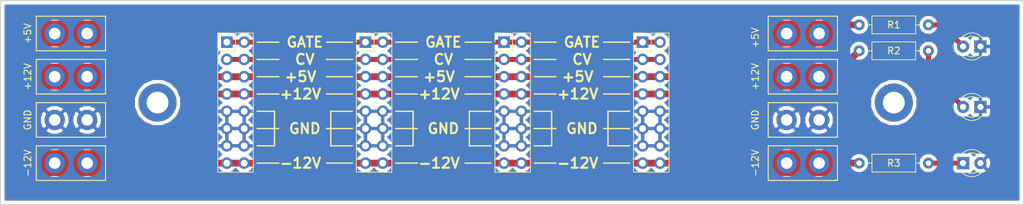
<source format=kicad_pcb>
(kicad_pcb (version 20171130) (host pcbnew "(5.0.0)")

  (general
    (thickness 1.6)
    (drawings 79)
    (tracks 68)
    (zones 0)
    (modules 20)
    (nets 10)
  )

  (page A4)
  (layers
    (0 F.Cu signal)
    (31 B.Cu signal)
    (32 B.Adhes user)
    (33 F.Adhes user)
    (34 B.Paste user)
    (35 F.Paste user)
    (36 B.SilkS user)
    (37 F.SilkS user)
    (38 B.Mask user)
    (39 F.Mask user)
    (40 Dwgs.User user)
    (41 Cmts.User user)
    (42 Eco1.User user)
    (43 Eco2.User user)
    (44 Edge.Cuts user)
    (45 Margin user)
    (46 B.CrtYd user)
    (47 F.CrtYd user)
    (48 B.Fab user)
    (49 F.Fab user)
  )

  (setup
    (last_trace_width 0.75)
    (trace_clearance 0.2)
    (zone_clearance 0.508)
    (zone_45_only no)
    (trace_min 0.2)
    (segment_width 0.2)
    (edge_width 0.15)
    (via_size 0.8)
    (via_drill 0.4)
    (via_min_size 0.4)
    (via_min_drill 0.3)
    (uvia_size 0.3)
    (uvia_drill 0.1)
    (uvias_allowed no)
    (uvia_min_size 0.2)
    (uvia_min_drill 0.1)
    (pcb_text_width 0.3)
    (pcb_text_size 1.5 1.5)
    (mod_edge_width 0.15)
    (mod_text_size 1 1)
    (mod_text_width 0.15)
    (pad_size 3 3)
    (pad_drill 1.7)
    (pad_to_mask_clearance 0.2)
    (aux_axis_origin 0 0)
    (visible_elements 7FFFFFFF)
    (pcbplotparams
      (layerselection 0x010f0_ffffffff)
      (usegerberextensions false)
      (usegerberattributes false)
      (usegerberadvancedattributes false)
      (creategerberjobfile false)
      (excludeedgelayer true)
      (linewidth 0.100000)
      (plotframeref false)
      (viasonmask false)
      (mode 1)
      (useauxorigin false)
      (hpglpennumber 1)
      (hpglpenspeed 20)
      (hpglpendiameter 15.000000)
      (psnegative false)
      (psa4output false)
      (plotreference true)
      (plotvalue true)
      (plotinvisibletext false)
      (padsonsilk false)
      (subtractmaskfromsilk true)
      (outputformat 1)
      (mirror false)
      (drillshape 0)
      (scaleselection 1)
      (outputdirectory "GERBERS/"))
  )

  (net 0 "")
  (net 1 /GND)
  (net 2 /-12V)
  (net 3 /+12V)
  (net 4 /+5V)
  (net 5 "Net-(D1-Pad2)")
  (net 6 "Net-(D3-Pad1)")
  (net 7 "Net-(D2-Pad2)")
  (net 8 /CV)
  (net 9 /GATE)

  (net_class Default "This is the default net class."
    (clearance 0.2)
    (trace_width 0.75)
    (via_dia 0.8)
    (via_drill 0.4)
    (uvia_dia 0.3)
    (uvia_drill 0.1)
    (add_net /CV)
    (add_net /GATE)
    (add_net /GND)
    (add_net "Net-(D1-Pad2)")
    (add_net "Net-(D2-Pad2)")
    (add_net "Net-(D3-Pad1)")
  )

  (net_class power ""
    (clearance 0.2)
    (trace_width 1)
    (via_dia 0.8)
    (via_drill 0.4)
    (uvia_dia 0.3)
    (uvia_drill 0.1)
    (add_net /+12V)
    (add_net /+5V)
    (add_net /-12V)
  )

  (module Mounting_Holes:MountingHole_3.2mm_M3_DIN965_Pad (layer F.Cu) (tedit 5BEB3653) (tstamp 5BEC77B0)
    (at 180.975 80)
    (descr "Mounting Hole 3.2mm, M3, DIN965")
    (tags "mounting hole 3.2mm m3 din965")
    (attr virtual)
    (fp_text reference REF** (at 0 -3.8) (layer F.SilkS) hide
      (effects (font (size 1 1) (thickness 0.15)))
    )
    (fp_text value MountingHole_3.2mm_M3_DIN965_Pad (at 0 3.8) (layer F.Fab)
      (effects (font (size 1 1) (thickness 0.15)))
    )
    (fp_text user %R (at 0.3 0) (layer F.Fab)
      (effects (font (size 1 1) (thickness 0.15)))
    )
    (fp_circle (center 0 0) (end 2.8 0) (layer Cmts.User) (width 0.15))
    (fp_circle (center 0 0) (end 3.05 0) (layer F.CrtYd) (width 0.05))
    (pad 1 thru_hole circle (at 0 0) (size 5.6 5.6) (drill 3.2) (layers *.Cu *.Mask))
  )

  (module Pin_Headers:Pin_Header_Straight_2x08_Pitch2.54mm (layer F.Cu) (tedit 5BEA13C6) (tstamp 5BEA0BF8)
    (at 83.185 71.12)
    (descr "Through hole straight pin header, 2x08, 2.54mm pitch, double rows")
    (tags "Through hole pin header THT 2x08 2.54mm double row")
    (path /5BF3B272)
    (fp_text reference J5 (at 1.27 -2.33) (layer F.SilkS) hide
      (effects (font (size 1 1) (thickness 0.15)))
    )
    (fp_text value Conn_02x08_Odd_Even (at 1.27 20.11) (layer F.Fab)
      (effects (font (size 1 1) (thickness 0.15)))
    )
    (fp_line (start 0 -1.27) (end 3.81 -1.27) (layer F.Fab) (width 0.1))
    (fp_line (start 3.81 -1.27) (end 3.81 19.05) (layer F.Fab) (width 0.1))
    (fp_line (start 3.81 19.05) (end -1.27 19.05) (layer F.Fab) (width 0.1))
    (fp_line (start -1.27 19.05) (end -1.27 0) (layer F.Fab) (width 0.1))
    (fp_line (start -1.27 0) (end 0 -1.27) (layer F.Fab) (width 0.1))
    (fp_line (start -1.33 19.11) (end 3.87 19.11) (layer F.SilkS) (width 0.12))
    (fp_line (start -1.33 1.27) (end -1.33 19.11) (layer F.SilkS) (width 0.12))
    (fp_line (start 3.87 -1.33) (end 3.87 19.11) (layer F.SilkS) (width 0.12))
    (fp_line (start -1.33 1.27) (end 1.27 1.27) (layer F.SilkS) (width 0.12))
    (fp_line (start 1.27 1.27) (end 1.27 -1.33) (layer F.SilkS) (width 0.12))
    (fp_line (start 1.27 -1.33) (end 3.87 -1.33) (layer F.SilkS) (width 0.12))
    (fp_line (start -1.33 0) (end -1.33 -1.33) (layer F.SilkS) (width 0.12))
    (fp_line (start -1.33 -1.33) (end 0 -1.33) (layer F.SilkS) (width 0.12))
    (fp_line (start -1.8 -1.8) (end -1.8 19.55) (layer F.CrtYd) (width 0.05))
    (fp_line (start -1.8 19.55) (end 4.35 19.55) (layer F.CrtYd) (width 0.05))
    (fp_line (start 4.35 19.55) (end 4.35 -1.8) (layer F.CrtYd) (width 0.05))
    (fp_line (start 4.35 -1.8) (end -1.8 -1.8) (layer F.CrtYd) (width 0.05))
    (fp_text user %R (at 1.27 8.89 90) (layer F.Fab)
      (effects (font (size 1 1) (thickness 0.15)))
    )
    (pad 1 thru_hole rect (at 0 0) (size 1.7 1.7) (drill 1) (layers *.Cu *.Mask)
      (net 9 /GATE))
    (pad 2 thru_hole oval (at 2.54 0) (size 1.7 1.7) (drill 1) (layers *.Cu *.Mask)
      (net 9 /GATE))
    (pad 3 thru_hole oval (at 0 2.54) (size 1.7 1.7) (drill 1) (layers *.Cu *.Mask)
      (net 8 /CV))
    (pad 4 thru_hole oval (at 2.54 2.54) (size 1.7 1.7) (drill 1) (layers *.Cu *.Mask)
      (net 8 /CV))
    (pad 5 thru_hole oval (at 0 5.08) (size 1.7 1.7) (drill 1) (layers *.Cu *.Mask)
      (net 4 /+5V))
    (pad 6 thru_hole oval (at 2.54 5.08) (size 1.7 1.7) (drill 1) (layers *.Cu *.Mask)
      (net 4 /+5V))
    (pad 7 thru_hole oval (at 0 7.62) (size 1.7 1.7) (drill 1) (layers *.Cu *.Mask)
      (net 3 /+12V))
    (pad 8 thru_hole oval (at 2.54 7.62) (size 1.7 1.7) (drill 1) (layers *.Cu *.Mask)
      (net 3 /+12V))
    (pad 9 thru_hole oval (at 0 10.16) (size 1.7 1.7) (drill 1) (layers *.Cu *.Mask)
      (net 1 /GND))
    (pad 10 thru_hole oval (at 2.54 10.16) (size 1.7 1.7) (drill 1) (layers *.Cu *.Mask)
      (net 1 /GND))
    (pad 11 thru_hole oval (at 0 12.7) (size 1.7 1.7) (drill 1) (layers *.Cu *.Mask)
      (net 1 /GND))
    (pad 12 thru_hole oval (at 2.54 12.7) (size 1.7 1.7) (drill 1) (layers *.Cu *.Mask)
      (net 1 /GND))
    (pad 13 thru_hole oval (at 0 15.24) (size 1.7 1.7) (drill 1) (layers *.Cu *.Mask)
      (net 1 /GND))
    (pad 14 thru_hole oval (at 2.54 15.24) (size 1.7 1.7) (drill 1) (layers *.Cu *.Mask)
      (net 1 /GND))
    (pad 15 thru_hole oval (at 0 17.78) (size 1.7 1.7) (drill 1) (layers *.Cu *.Mask)
      (net 2 /-12V))
    (pad 16 thru_hole oval (at 2.54 17.78) (size 1.7 1.7) (drill 1) (layers *.Cu *.Mask)
      (net 2 /-12V))
    (model ${KISYS3DMOD}/Pin_Headers.3dshapes/Pin_Header_Straight_2x08_Pitch2.54mm.wrl
      (at (xyz 0 0 0))
      (scale (xyz 1 1 1))
      (rotate (xyz 0 0 0))
    )
  )

  (module LEDs:LED_D3.0mm (layer F.Cu) (tedit 5BEA1F3C) (tstamp 5BEA0C31)
    (at 193.675 80.645 180)
    (descr "LED, diameter 3.0mm, 2 pins")
    (tags "LED diameter 3.0mm 2 pins")
    (path /5BF68A61)
    (fp_text reference D2 (at 1.27 -2.96 180) (layer F.SilkS) hide
      (effects (font (size 1 1) (thickness 0.15)))
    )
    (fp_text value LED (at 1.27 2.96 180) (layer F.Fab)
      (effects (font (size 1 1) (thickness 0.15)))
    )
    (fp_line (start 3.7 -2.25) (end -1.15 -2.25) (layer F.CrtYd) (width 0.05))
    (fp_line (start 3.7 2.25) (end 3.7 -2.25) (layer F.CrtYd) (width 0.05))
    (fp_line (start -1.15 2.25) (end 3.7 2.25) (layer F.CrtYd) (width 0.05))
    (fp_line (start -1.15 -2.25) (end -1.15 2.25) (layer F.CrtYd) (width 0.05))
    (fp_line (start -0.29 1.08) (end -0.29 1.236) (layer F.SilkS) (width 0.12))
    (fp_line (start -0.29 -1.236) (end -0.29 -1.08) (layer F.SilkS) (width 0.12))
    (fp_line (start -0.23 -1.16619) (end -0.23 1.16619) (layer F.Fab) (width 0.1))
    (fp_circle (center 1.27 0) (end 2.77 0) (layer F.Fab) (width 0.1))
    (fp_arc (start 1.27 0) (end 0.229039 1.08) (angle -87.9) (layer F.SilkS) (width 0.12))
    (fp_arc (start 1.27 0) (end 0.229039 -1.08) (angle 87.9) (layer F.SilkS) (width 0.12))
    (fp_arc (start 1.27 0) (end -0.29 1.235516) (angle -108.8) (layer F.SilkS) (width 0.12))
    (fp_arc (start 1.27 0) (end -0.29 -1.235516) (angle 108.8) (layer F.SilkS) (width 0.12))
    (fp_arc (start 1.27 0) (end -0.23 -1.16619) (angle 284.3) (layer F.Fab) (width 0.1))
    (pad 2 thru_hole circle (at 2.54 0 180) (size 1.8 1.8) (drill 0.9) (layers *.Cu *.Mask)
      (net 7 "Net-(D2-Pad2)"))
    (pad 1 thru_hole rect (at 0 0 180) (size 1.8 1.8) (drill 0.9) (layers *.Cu *.Mask)
      (net 1 /GND))
    (model ${KISYS3DMOD}/LEDs.3dshapes/LED_D3.0mm.wrl
      (at (xyz 0 0 0))
      (scale (xyz 0.393701 0.393701 0.393701))
      (rotate (xyz 0 0 0))
    )
  )

  (module LEDs:LED_D3.0mm (layer F.Cu) (tedit 5BEA1F3F) (tstamp 5BEA0C1E)
    (at 191.135 88.9)
    (descr "LED, diameter 3.0mm, 2 pins")
    (tags "LED diameter 3.0mm 2 pins")
    (path /5BF68ABC)
    (fp_text reference D3 (at 1.27 -2.96) (layer F.SilkS) hide
      (effects (font (size 1 1) (thickness 0.15)))
    )
    (fp_text value LED (at 1.27 2.96) (layer F.Fab)
      (effects (font (size 1 1) (thickness 0.15)))
    )
    (fp_arc (start 1.27 0) (end -0.23 -1.16619) (angle 284.3) (layer F.Fab) (width 0.1))
    (fp_arc (start 1.27 0) (end -0.29 -1.235516) (angle 108.8) (layer F.SilkS) (width 0.12))
    (fp_arc (start 1.27 0) (end -0.29 1.235516) (angle -108.8) (layer F.SilkS) (width 0.12))
    (fp_arc (start 1.27 0) (end 0.229039 -1.08) (angle 87.9) (layer F.SilkS) (width 0.12))
    (fp_arc (start 1.27 0) (end 0.229039 1.08) (angle -87.9) (layer F.SilkS) (width 0.12))
    (fp_circle (center 1.27 0) (end 2.77 0) (layer F.Fab) (width 0.1))
    (fp_line (start -0.23 -1.16619) (end -0.23 1.16619) (layer F.Fab) (width 0.1))
    (fp_line (start -0.29 -1.236) (end -0.29 -1.08) (layer F.SilkS) (width 0.12))
    (fp_line (start -0.29 1.08) (end -0.29 1.236) (layer F.SilkS) (width 0.12))
    (fp_line (start -1.15 -2.25) (end -1.15 2.25) (layer F.CrtYd) (width 0.05))
    (fp_line (start -1.15 2.25) (end 3.7 2.25) (layer F.CrtYd) (width 0.05))
    (fp_line (start 3.7 2.25) (end 3.7 -2.25) (layer F.CrtYd) (width 0.05))
    (fp_line (start 3.7 -2.25) (end -1.15 -2.25) (layer F.CrtYd) (width 0.05))
    (pad 1 thru_hole rect (at 0 0) (size 1.8 1.8) (drill 0.9) (layers *.Cu *.Mask)
      (net 6 "Net-(D3-Pad1)"))
    (pad 2 thru_hole circle (at 2.54 0) (size 1.8 1.8) (drill 0.9) (layers *.Cu *.Mask)
      (net 1 /GND))
    (model ${KISYS3DMOD}/LEDs.3dshapes/LED_D3.0mm.wrl
      (at (xyz 0 0 0))
      (scale (xyz 0.393701 0.393701 0.393701))
      (rotate (xyz 0 0 0))
    )
  )

  (module LEDs:LED_D3.0mm (layer F.Cu) (tedit 5BEA1F37) (tstamp 5BEA0C0B)
    (at 193.675 71.755 180)
    (descr "LED, diameter 3.0mm, 2 pins")
    (tags "LED diameter 3.0mm 2 pins")
    (path /5BF6890F)
    (fp_text reference D1 (at 1.27 -2.96 180) (layer F.SilkS) hide
      (effects (font (size 1 1) (thickness 0.15)))
    )
    (fp_text value LED (at 1.27 2.96 180) (layer F.Fab)
      (effects (font (size 1 1) (thickness 0.15)))
    )
    (fp_line (start 3.7 -2.25) (end -1.15 -2.25) (layer F.CrtYd) (width 0.05))
    (fp_line (start 3.7 2.25) (end 3.7 -2.25) (layer F.CrtYd) (width 0.05))
    (fp_line (start -1.15 2.25) (end 3.7 2.25) (layer F.CrtYd) (width 0.05))
    (fp_line (start -1.15 -2.25) (end -1.15 2.25) (layer F.CrtYd) (width 0.05))
    (fp_line (start -0.29 1.08) (end -0.29 1.236) (layer F.SilkS) (width 0.12))
    (fp_line (start -0.29 -1.236) (end -0.29 -1.08) (layer F.SilkS) (width 0.12))
    (fp_line (start -0.23 -1.16619) (end -0.23 1.16619) (layer F.Fab) (width 0.1))
    (fp_circle (center 1.27 0) (end 2.77 0) (layer F.Fab) (width 0.1))
    (fp_arc (start 1.27 0) (end 0.229039 1.08) (angle -87.9) (layer F.SilkS) (width 0.12))
    (fp_arc (start 1.27 0) (end 0.229039 -1.08) (angle 87.9) (layer F.SilkS) (width 0.12))
    (fp_arc (start 1.27 0) (end -0.29 1.235516) (angle -108.8) (layer F.SilkS) (width 0.12))
    (fp_arc (start 1.27 0) (end -0.29 -1.235516) (angle 108.8) (layer F.SilkS) (width 0.12))
    (fp_arc (start 1.27 0) (end -0.23 -1.16619) (angle 284.3) (layer F.Fab) (width 0.1))
    (pad 2 thru_hole circle (at 2.54 0 180) (size 1.8 1.8) (drill 0.9) (layers *.Cu *.Mask)
      (net 5 "Net-(D1-Pad2)"))
    (pad 1 thru_hole rect (at 0 0 180) (size 1.8 1.8) (drill 0.9) (layers *.Cu *.Mask)
      (net 1 /GND))
    (model ${KISYS3DMOD}/LEDs.3dshapes/LED_D3.0mm.wrl
      (at (xyz 0 0 0))
      (scale (xyz 0.393701 0.393701 0.393701))
      (rotate (xyz 0 0 0))
    )
  )

  (module Pin_Headers:Pin_Header_Straight_2x08_Pitch2.54mm (layer F.Cu) (tedit 5BEA13CE) (tstamp 5BEA0BD2)
    (at 103.505 71.12)
    (descr "Through hole straight pin header, 2x08, 2.54mm pitch, double rows")
    (tags "Through hole pin header THT 2x08 2.54mm double row")
    (path /5BF3B336)
    (fp_text reference J6 (at 1.27 -2.33) (layer F.SilkS) hide
      (effects (font (size 1 1) (thickness 0.15)))
    )
    (fp_text value Conn_02x08_Odd_Even (at 1.27 20.11) (layer F.Fab)
      (effects (font (size 1 1) (thickness 0.15)))
    )
    (fp_text user %R (at 1.27 8.89 90) (layer F.Fab)
      (effects (font (size 1 1) (thickness 0.15)))
    )
    (fp_line (start 4.35 -1.8) (end -1.8 -1.8) (layer F.CrtYd) (width 0.05))
    (fp_line (start 4.35 19.55) (end 4.35 -1.8) (layer F.CrtYd) (width 0.05))
    (fp_line (start -1.8 19.55) (end 4.35 19.55) (layer F.CrtYd) (width 0.05))
    (fp_line (start -1.8 -1.8) (end -1.8 19.55) (layer F.CrtYd) (width 0.05))
    (fp_line (start -1.33 -1.33) (end 0 -1.33) (layer F.SilkS) (width 0.12))
    (fp_line (start -1.33 0) (end -1.33 -1.33) (layer F.SilkS) (width 0.12))
    (fp_line (start 1.27 -1.33) (end 3.87 -1.33) (layer F.SilkS) (width 0.12))
    (fp_line (start 1.27 1.27) (end 1.27 -1.33) (layer F.SilkS) (width 0.12))
    (fp_line (start -1.33 1.27) (end 1.27 1.27) (layer F.SilkS) (width 0.12))
    (fp_line (start 3.87 -1.33) (end 3.87 19.11) (layer F.SilkS) (width 0.12))
    (fp_line (start -1.33 1.27) (end -1.33 19.11) (layer F.SilkS) (width 0.12))
    (fp_line (start -1.33 19.11) (end 3.87 19.11) (layer F.SilkS) (width 0.12))
    (fp_line (start -1.27 0) (end 0 -1.27) (layer F.Fab) (width 0.1))
    (fp_line (start -1.27 19.05) (end -1.27 0) (layer F.Fab) (width 0.1))
    (fp_line (start 3.81 19.05) (end -1.27 19.05) (layer F.Fab) (width 0.1))
    (fp_line (start 3.81 -1.27) (end 3.81 19.05) (layer F.Fab) (width 0.1))
    (fp_line (start 0 -1.27) (end 3.81 -1.27) (layer F.Fab) (width 0.1))
    (pad 16 thru_hole oval (at 2.54 17.78) (size 1.7 1.7) (drill 1) (layers *.Cu *.Mask)
      (net 2 /-12V))
    (pad 15 thru_hole oval (at 0 17.78) (size 1.7 1.7) (drill 1) (layers *.Cu *.Mask)
      (net 2 /-12V))
    (pad 14 thru_hole oval (at 2.54 15.24) (size 1.7 1.7) (drill 1) (layers *.Cu *.Mask)
      (net 1 /GND))
    (pad 13 thru_hole oval (at 0 15.24) (size 1.7 1.7) (drill 1) (layers *.Cu *.Mask)
      (net 1 /GND))
    (pad 12 thru_hole oval (at 2.54 12.7) (size 1.7 1.7) (drill 1) (layers *.Cu *.Mask)
      (net 1 /GND))
    (pad 11 thru_hole oval (at 0 12.7) (size 1.7 1.7) (drill 1) (layers *.Cu *.Mask)
      (net 1 /GND))
    (pad 10 thru_hole oval (at 2.54 10.16) (size 1.7 1.7) (drill 1) (layers *.Cu *.Mask)
      (net 1 /GND))
    (pad 9 thru_hole oval (at 0 10.16) (size 1.7 1.7) (drill 1) (layers *.Cu *.Mask)
      (net 1 /GND))
    (pad 8 thru_hole oval (at 2.54 7.62) (size 1.7 1.7) (drill 1) (layers *.Cu *.Mask)
      (net 3 /+12V))
    (pad 7 thru_hole oval (at 0 7.62) (size 1.7 1.7) (drill 1) (layers *.Cu *.Mask)
      (net 3 /+12V))
    (pad 6 thru_hole oval (at 2.54 5.08) (size 1.7 1.7) (drill 1) (layers *.Cu *.Mask)
      (net 4 /+5V))
    (pad 5 thru_hole oval (at 0 5.08) (size 1.7 1.7) (drill 1) (layers *.Cu *.Mask)
      (net 4 /+5V))
    (pad 4 thru_hole oval (at 2.54 2.54) (size 1.7 1.7) (drill 1) (layers *.Cu *.Mask)
      (net 8 /CV))
    (pad 3 thru_hole oval (at 0 2.54) (size 1.7 1.7) (drill 1) (layers *.Cu *.Mask)
      (net 8 /CV))
    (pad 2 thru_hole oval (at 2.54 0) (size 1.7 1.7) (drill 1) (layers *.Cu *.Mask)
      (net 9 /GATE))
    (pad 1 thru_hole rect (at 0 0) (size 1.7 1.7) (drill 1) (layers *.Cu *.Mask)
      (net 9 /GATE))
    (model ${KISYS3DMOD}/Pin_Headers.3dshapes/Pin_Header_Straight_2x08_Pitch2.54mm.wrl
      (at (xyz 0 0 0))
      (scale (xyz 1 1 1))
      (rotate (xyz 0 0 0))
    )
  )

  (module Pin_Headers:Pin_Header_Straight_2x08_Pitch2.54mm (layer F.Cu) (tedit 5BEA13D4) (tstamp 5BEA11C4)
    (at 123.825 71.12)
    (descr "Through hole straight pin header, 2x08, 2.54mm pitch, double rows")
    (tags "Through hole pin header THT 2x08 2.54mm double row")
    (path /5BF3B402)
    (fp_text reference J8 (at 1.27 -2.33) (layer F.SilkS) hide
      (effects (font (size 1 1) (thickness 0.15)))
    )
    (fp_text value Conn_02x08_Odd_Even (at 1.27 20.11) (layer F.Fab)
      (effects (font (size 1 1) (thickness 0.15)))
    )
    (fp_line (start 0 -1.27) (end 3.81 -1.27) (layer F.Fab) (width 0.1))
    (fp_line (start 3.81 -1.27) (end 3.81 19.05) (layer F.Fab) (width 0.1))
    (fp_line (start 3.81 19.05) (end -1.27 19.05) (layer F.Fab) (width 0.1))
    (fp_line (start -1.27 19.05) (end -1.27 0) (layer F.Fab) (width 0.1))
    (fp_line (start -1.27 0) (end 0 -1.27) (layer F.Fab) (width 0.1))
    (fp_line (start -1.33 19.11) (end 3.87 19.11) (layer F.SilkS) (width 0.12))
    (fp_line (start -1.33 1.27) (end -1.33 19.11) (layer F.SilkS) (width 0.12))
    (fp_line (start 3.87 -1.33) (end 3.87 19.11) (layer F.SilkS) (width 0.12))
    (fp_line (start -1.33 1.27) (end 1.27 1.27) (layer F.SilkS) (width 0.12))
    (fp_line (start 1.27 1.27) (end 1.27 -1.33) (layer F.SilkS) (width 0.12))
    (fp_line (start 1.27 -1.33) (end 3.87 -1.33) (layer F.SilkS) (width 0.12))
    (fp_line (start -1.33 0) (end -1.33 -1.33) (layer F.SilkS) (width 0.12))
    (fp_line (start -1.33 -1.33) (end 0 -1.33) (layer F.SilkS) (width 0.12))
    (fp_line (start -1.8 -1.8) (end -1.8 19.55) (layer F.CrtYd) (width 0.05))
    (fp_line (start -1.8 19.55) (end 4.35 19.55) (layer F.CrtYd) (width 0.05))
    (fp_line (start 4.35 19.55) (end 4.35 -1.8) (layer F.CrtYd) (width 0.05))
    (fp_line (start 4.35 -1.8) (end -1.8 -1.8) (layer F.CrtYd) (width 0.05))
    (fp_text user %R (at 1.27 8.89 90) (layer F.Fab)
      (effects (font (size 1 1) (thickness 0.15)))
    )
    (pad 1 thru_hole rect (at 0 0) (size 1.7 1.7) (drill 1) (layers *.Cu *.Mask)
      (net 9 /GATE))
    (pad 2 thru_hole oval (at 2.54 0) (size 1.7 1.7) (drill 1) (layers *.Cu *.Mask)
      (net 9 /GATE))
    (pad 3 thru_hole oval (at 0 2.54) (size 1.7 1.7) (drill 1) (layers *.Cu *.Mask)
      (net 8 /CV))
    (pad 4 thru_hole oval (at 2.54 2.54) (size 1.7 1.7) (drill 1) (layers *.Cu *.Mask)
      (net 8 /CV))
    (pad 5 thru_hole oval (at 0 5.08) (size 1.7 1.7) (drill 1) (layers *.Cu *.Mask)
      (net 4 /+5V))
    (pad 6 thru_hole oval (at 2.54 5.08) (size 1.7 1.7) (drill 1) (layers *.Cu *.Mask)
      (net 4 /+5V))
    (pad 7 thru_hole oval (at 0 7.62) (size 1.7 1.7) (drill 1) (layers *.Cu *.Mask)
      (net 3 /+12V))
    (pad 8 thru_hole oval (at 2.54 7.62) (size 1.7 1.7) (drill 1) (layers *.Cu *.Mask)
      (net 3 /+12V))
    (pad 9 thru_hole oval (at 0 10.16) (size 1.7 1.7) (drill 1) (layers *.Cu *.Mask)
      (net 1 /GND))
    (pad 10 thru_hole oval (at 2.54 10.16) (size 1.7 1.7) (drill 1) (layers *.Cu *.Mask)
      (net 1 /GND))
    (pad 11 thru_hole oval (at 0 12.7) (size 1.7 1.7) (drill 1) (layers *.Cu *.Mask)
      (net 1 /GND))
    (pad 12 thru_hole oval (at 2.54 12.7) (size 1.7 1.7) (drill 1) (layers *.Cu *.Mask)
      (net 1 /GND))
    (pad 13 thru_hole oval (at 0 15.24) (size 1.7 1.7) (drill 1) (layers *.Cu *.Mask)
      (net 1 /GND))
    (pad 14 thru_hole oval (at 2.54 15.24) (size 1.7 1.7) (drill 1) (layers *.Cu *.Mask)
      (net 1 /GND))
    (pad 15 thru_hole oval (at 0 17.78) (size 1.7 1.7) (drill 1) (layers *.Cu *.Mask)
      (net 2 /-12V))
    (pad 16 thru_hole oval (at 2.54 17.78) (size 1.7 1.7) (drill 1) (layers *.Cu *.Mask)
      (net 2 /-12V))
    (model ${KISYS3DMOD}/Pin_Headers.3dshapes/Pin_Header_Straight_2x08_Pitch2.54mm.wrl
      (at (xyz 0 0 0))
      (scale (xyz 1 1 1))
      (rotate (xyz 0 0 0))
    )
  )

  (module Pin_Headers:Pin_Header_Straight_2x08_Pitch2.54mm (layer F.Cu) (tedit 5BEA13D9) (tstamp 5BEA0B86)
    (at 144.145 71.12)
    (descr "Through hole straight pin header, 2x08, 2.54mm pitch, double rows")
    (tags "Through hole pin header THT 2x08 2.54mm double row")
    (path /5BF3B3BC)
    (fp_text reference J7 (at 1.27 -2.33) (layer F.SilkS) hide
      (effects (font (size 1 1) (thickness 0.15)))
    )
    (fp_text value Conn_02x08_Odd_Even (at 1.27 20.11) (layer F.Fab)
      (effects (font (size 1 1) (thickness 0.15)))
    )
    (fp_text user %R (at 1.27 8.89 90) (layer F.Fab)
      (effects (font (size 1 1) (thickness 0.15)))
    )
    (fp_line (start 4.35 -1.8) (end -1.8 -1.8) (layer F.CrtYd) (width 0.05))
    (fp_line (start 4.35 19.55) (end 4.35 -1.8) (layer F.CrtYd) (width 0.05))
    (fp_line (start -1.8 19.55) (end 4.35 19.55) (layer F.CrtYd) (width 0.05))
    (fp_line (start -1.8 -1.8) (end -1.8 19.55) (layer F.CrtYd) (width 0.05))
    (fp_line (start -1.33 -1.33) (end 0 -1.33) (layer F.SilkS) (width 0.12))
    (fp_line (start -1.33 0) (end -1.33 -1.33) (layer F.SilkS) (width 0.12))
    (fp_line (start 1.27 -1.33) (end 3.87 -1.33) (layer F.SilkS) (width 0.12))
    (fp_line (start 1.27 1.27) (end 1.27 -1.33) (layer F.SilkS) (width 0.12))
    (fp_line (start -1.33 1.27) (end 1.27 1.27) (layer F.SilkS) (width 0.12))
    (fp_line (start 3.87 -1.33) (end 3.87 19.11) (layer F.SilkS) (width 0.12))
    (fp_line (start -1.33 1.27) (end -1.33 19.11) (layer F.SilkS) (width 0.12))
    (fp_line (start -1.33 19.11) (end 3.87 19.11) (layer F.SilkS) (width 0.12))
    (fp_line (start -1.27 0) (end 0 -1.27) (layer F.Fab) (width 0.1))
    (fp_line (start -1.27 19.05) (end -1.27 0) (layer F.Fab) (width 0.1))
    (fp_line (start 3.81 19.05) (end -1.27 19.05) (layer F.Fab) (width 0.1))
    (fp_line (start 3.81 -1.27) (end 3.81 19.05) (layer F.Fab) (width 0.1))
    (fp_line (start 0 -1.27) (end 3.81 -1.27) (layer F.Fab) (width 0.1))
    (pad 16 thru_hole oval (at 2.54 17.78) (size 1.7 1.7) (drill 1) (layers *.Cu *.Mask)
      (net 2 /-12V))
    (pad 15 thru_hole oval (at 0 17.78) (size 1.7 1.7) (drill 1) (layers *.Cu *.Mask)
      (net 2 /-12V))
    (pad 14 thru_hole oval (at 2.54 15.24) (size 1.7 1.7) (drill 1) (layers *.Cu *.Mask)
      (net 1 /GND))
    (pad 13 thru_hole oval (at 0 15.24) (size 1.7 1.7) (drill 1) (layers *.Cu *.Mask)
      (net 1 /GND))
    (pad 12 thru_hole oval (at 2.54 12.7) (size 1.7 1.7) (drill 1) (layers *.Cu *.Mask)
      (net 1 /GND))
    (pad 11 thru_hole oval (at 0 12.7) (size 1.7 1.7) (drill 1) (layers *.Cu *.Mask)
      (net 1 /GND))
    (pad 10 thru_hole oval (at 2.54 10.16) (size 1.7 1.7) (drill 1) (layers *.Cu *.Mask)
      (net 1 /GND))
    (pad 9 thru_hole oval (at 0 10.16) (size 1.7 1.7) (drill 1) (layers *.Cu *.Mask)
      (net 1 /GND))
    (pad 8 thru_hole oval (at 2.54 7.62) (size 1.7 1.7) (drill 1) (layers *.Cu *.Mask)
      (net 3 /+12V))
    (pad 7 thru_hole oval (at 0 7.62) (size 1.7 1.7) (drill 1) (layers *.Cu *.Mask)
      (net 3 /+12V))
    (pad 6 thru_hole oval (at 2.54 5.08) (size 1.7 1.7) (drill 1) (layers *.Cu *.Mask)
      (net 4 /+5V))
    (pad 5 thru_hole oval (at 0 5.08) (size 1.7 1.7) (drill 1) (layers *.Cu *.Mask)
      (net 4 /+5V))
    (pad 4 thru_hole oval (at 2.54 2.54) (size 1.7 1.7) (drill 1) (layers *.Cu *.Mask)
      (net 8 /CV))
    (pad 3 thru_hole oval (at 0 2.54) (size 1.7 1.7) (drill 1) (layers *.Cu *.Mask)
      (net 8 /CV))
    (pad 2 thru_hole oval (at 2.54 0) (size 1.7 1.7) (drill 1) (layers *.Cu *.Mask)
      (net 9 /GATE))
    (pad 1 thru_hole rect (at 0 0) (size 1.7 1.7) (drill 1) (layers *.Cu *.Mask)
      (net 9 /GATE))
    (model ${KISYS3DMOD}/Pin_Headers.3dshapes/Pin_Header_Straight_2x08_Pitch2.54mm.wrl
      (at (xyz 0 0 0))
      (scale (xyz 1 1 1))
      (rotate (xyz 0 0 0))
    )
  )

  (module Resistors_THT:R_Axial_DIN0207_L6.3mm_D2.5mm_P10.16mm_Horizontal (layer F.Cu) (tedit 5874F706) (tstamp 5BEA170A)
    (at 175.895 72.39)
    (descr "Resistor, Axial_DIN0207 series, Axial, Horizontal, pin pitch=10.16mm, 0.25W = 1/4W, length*diameter=6.3*2.5mm^2, http://cdn-reichelt.de/documents/datenblatt/B400/1_4W%23YAG.pdf")
    (tags "Resistor Axial_DIN0207 series Axial Horizontal pin pitch 10.16mm 0.25W = 1/4W length 6.3mm diameter 2.5mm")
    (path /5BF6AEC1)
    (fp_text reference R2 (at 5.08 0) (layer F.SilkS)
      (effects (font (size 1 1) (thickness 0.15)))
    )
    (fp_text value 1k (at 5.08 2.31) (layer F.Fab)
      (effects (font (size 1 1) (thickness 0.15)))
    )
    (fp_line (start 11.25 -1.6) (end -1.05 -1.6) (layer F.CrtYd) (width 0.05))
    (fp_line (start 11.25 1.6) (end 11.25 -1.6) (layer F.CrtYd) (width 0.05))
    (fp_line (start -1.05 1.6) (end 11.25 1.6) (layer F.CrtYd) (width 0.05))
    (fp_line (start -1.05 -1.6) (end -1.05 1.6) (layer F.CrtYd) (width 0.05))
    (fp_line (start 9.18 0) (end 8.29 0) (layer F.SilkS) (width 0.12))
    (fp_line (start 0.98 0) (end 1.87 0) (layer F.SilkS) (width 0.12))
    (fp_line (start 8.29 -1.31) (end 1.87 -1.31) (layer F.SilkS) (width 0.12))
    (fp_line (start 8.29 1.31) (end 8.29 -1.31) (layer F.SilkS) (width 0.12))
    (fp_line (start 1.87 1.31) (end 8.29 1.31) (layer F.SilkS) (width 0.12))
    (fp_line (start 1.87 -1.31) (end 1.87 1.31) (layer F.SilkS) (width 0.12))
    (fp_line (start 10.16 0) (end 8.23 0) (layer F.Fab) (width 0.1))
    (fp_line (start 0 0) (end 1.93 0) (layer F.Fab) (width 0.1))
    (fp_line (start 8.23 -1.25) (end 1.93 -1.25) (layer F.Fab) (width 0.1))
    (fp_line (start 8.23 1.25) (end 8.23 -1.25) (layer F.Fab) (width 0.1))
    (fp_line (start 1.93 1.25) (end 8.23 1.25) (layer F.Fab) (width 0.1))
    (fp_line (start 1.93 -1.25) (end 1.93 1.25) (layer F.Fab) (width 0.1))
    (pad 2 thru_hole oval (at 10.16 0) (size 1.6 1.6) (drill 0.8) (layers *.Cu *.Mask)
      (net 7 "Net-(D2-Pad2)"))
    (pad 1 thru_hole circle (at 0 0) (size 1.6 1.6) (drill 0.8) (layers *.Cu *.Mask)
      (net 3 /+12V))
    (model ${KISYS3DMOD}/Resistors_THT.3dshapes/R_Axial_DIN0207_L6.3mm_D2.5mm_P10.16mm_Horizontal.wrl
      (at (xyz 0 0 0))
      (scale (xyz 0.393701 0.393701 0.393701))
      (rotate (xyz 0 0 0))
    )
  )

  (module Resistors_THT:R_Axial_DIN0207_L6.3mm_D2.5mm_P10.16mm_Horizontal (layer F.Cu) (tedit 5874F706) (tstamp 5BEA0B4A)
    (at 175.895 88.9)
    (descr "Resistor, Axial_DIN0207 series, Axial, Horizontal, pin pitch=10.16mm, 0.25W = 1/4W, length*diameter=6.3*2.5mm^2, http://cdn-reichelt.de/documents/datenblatt/B400/1_4W%23YAG.pdf")
    (tags "Resistor Axial_DIN0207 series Axial Horizontal pin pitch 10.16mm 0.25W = 1/4W length 6.3mm diameter 2.5mm")
    (path /5BF6AF03)
    (fp_text reference R3 (at 5.08 0) (layer F.SilkS)
      (effects (font (size 1 1) (thickness 0.15)))
    )
    (fp_text value 2k (at 5.08 2.31) (layer F.Fab)
      (effects (font (size 1 1) (thickness 0.15)))
    )
    (fp_line (start 1.93 -1.25) (end 1.93 1.25) (layer F.Fab) (width 0.1))
    (fp_line (start 1.93 1.25) (end 8.23 1.25) (layer F.Fab) (width 0.1))
    (fp_line (start 8.23 1.25) (end 8.23 -1.25) (layer F.Fab) (width 0.1))
    (fp_line (start 8.23 -1.25) (end 1.93 -1.25) (layer F.Fab) (width 0.1))
    (fp_line (start 0 0) (end 1.93 0) (layer F.Fab) (width 0.1))
    (fp_line (start 10.16 0) (end 8.23 0) (layer F.Fab) (width 0.1))
    (fp_line (start 1.87 -1.31) (end 1.87 1.31) (layer F.SilkS) (width 0.12))
    (fp_line (start 1.87 1.31) (end 8.29 1.31) (layer F.SilkS) (width 0.12))
    (fp_line (start 8.29 1.31) (end 8.29 -1.31) (layer F.SilkS) (width 0.12))
    (fp_line (start 8.29 -1.31) (end 1.87 -1.31) (layer F.SilkS) (width 0.12))
    (fp_line (start 0.98 0) (end 1.87 0) (layer F.SilkS) (width 0.12))
    (fp_line (start 9.18 0) (end 8.29 0) (layer F.SilkS) (width 0.12))
    (fp_line (start -1.05 -1.6) (end -1.05 1.6) (layer F.CrtYd) (width 0.05))
    (fp_line (start -1.05 1.6) (end 11.25 1.6) (layer F.CrtYd) (width 0.05))
    (fp_line (start 11.25 1.6) (end 11.25 -1.6) (layer F.CrtYd) (width 0.05))
    (fp_line (start 11.25 -1.6) (end -1.05 -1.6) (layer F.CrtYd) (width 0.05))
    (pad 1 thru_hole circle (at 0 0) (size 1.6 1.6) (drill 0.8) (layers *.Cu *.Mask)
      (net 2 /-12V))
    (pad 2 thru_hole oval (at 10.16 0) (size 1.6 1.6) (drill 0.8) (layers *.Cu *.Mask)
      (net 6 "Net-(D3-Pad1)"))
    (model ${KISYS3DMOD}/Resistors_THT.3dshapes/R_Axial_DIN0207_L6.3mm_D2.5mm_P10.16mm_Horizontal.wrl
      (at (xyz 0 0 0))
      (scale (xyz 0.393701 0.393701 0.393701))
      (rotate (xyz 0 0 0))
    )
  )

  (module Resistors_THT:R_Axial_DIN0207_L6.3mm_D2.5mm_P10.16mm_Horizontal (layer F.Cu) (tedit 5874F706) (tstamp 5BEA0B34)
    (at 175.895 68.58)
    (descr "Resistor, Axial_DIN0207 series, Axial, Horizontal, pin pitch=10.16mm, 0.25W = 1/4W, length*diameter=6.3*2.5mm^2, http://cdn-reichelt.de/documents/datenblatt/B400/1_4W%23YAG.pdf")
    (tags "Resistor Axial_DIN0207 series Axial Horizontal pin pitch 10.16mm 0.25W = 1/4W length 6.3mm diameter 2.5mm")
    (path /5BF6AC21)
    (fp_text reference R1 (at 5.08 0) (layer F.SilkS)
      (effects (font (size 1 1) (thickness 0.15)))
    )
    (fp_text value 2k (at 5.08 2.31) (layer F.Fab)
      (effects (font (size 1 1) (thickness 0.15)))
    )
    (fp_line (start 11.25 -1.6) (end -1.05 -1.6) (layer F.CrtYd) (width 0.05))
    (fp_line (start 11.25 1.6) (end 11.25 -1.6) (layer F.CrtYd) (width 0.05))
    (fp_line (start -1.05 1.6) (end 11.25 1.6) (layer F.CrtYd) (width 0.05))
    (fp_line (start -1.05 -1.6) (end -1.05 1.6) (layer F.CrtYd) (width 0.05))
    (fp_line (start 9.18 0) (end 8.29 0) (layer F.SilkS) (width 0.12))
    (fp_line (start 0.98 0) (end 1.87 0) (layer F.SilkS) (width 0.12))
    (fp_line (start 8.29 -1.31) (end 1.87 -1.31) (layer F.SilkS) (width 0.12))
    (fp_line (start 8.29 1.31) (end 8.29 -1.31) (layer F.SilkS) (width 0.12))
    (fp_line (start 1.87 1.31) (end 8.29 1.31) (layer F.SilkS) (width 0.12))
    (fp_line (start 1.87 -1.31) (end 1.87 1.31) (layer F.SilkS) (width 0.12))
    (fp_line (start 10.16 0) (end 8.23 0) (layer F.Fab) (width 0.1))
    (fp_line (start 0 0) (end 1.93 0) (layer F.Fab) (width 0.1))
    (fp_line (start 8.23 -1.25) (end 1.93 -1.25) (layer F.Fab) (width 0.1))
    (fp_line (start 8.23 1.25) (end 8.23 -1.25) (layer F.Fab) (width 0.1))
    (fp_line (start 1.93 1.25) (end 8.23 1.25) (layer F.Fab) (width 0.1))
    (fp_line (start 1.93 -1.25) (end 1.93 1.25) (layer F.Fab) (width 0.1))
    (pad 2 thru_hole oval (at 10.16 0) (size 1.6 1.6) (drill 0.8) (layers *.Cu *.Mask)
      (net 5 "Net-(D1-Pad2)"))
    (pad 1 thru_hole circle (at 0 0) (size 1.6 1.6) (drill 0.8) (layers *.Cu *.Mask)
      (net 4 /+5V))
    (model ${KISYS3DMOD}/Resistors_THT.3dshapes/R_Axial_DIN0207_L6.3mm_D2.5mm_P10.16mm_Horizontal.wrl
      (at (xyz 0 0 0))
      (scale (xyz 0.393701 0.393701 0.393701))
      (rotate (xyz 0 0 0))
    )
  )

  (module digikey-footprints:spade_connector (layer F.Cu) (tedit 5BEA19FB) (tstamp 5BEA0B1E)
    (at 60.325 77.47)
    (path /5BF86320)
    (fp_text reference +12V (at -6.35 -1.27 90) (layer F.SilkS)
      (effects (font (size 1 1) (thickness 0.15)))
    )
    (fp_text value +12V (at 0 2.54) (layer F.Fab)
      (effects (font (size 1 1) (thickness 0.15)))
    )
    (fp_line (start 5.08 1.27) (end -5.08 1.27) (layer F.SilkS) (width 0.15))
    (fp_line (start 5.08 -3.81) (end 5.08 1.27) (layer F.SilkS) (width 0.15))
    (fp_line (start -5.08 -3.81) (end 5.08 -3.81) (layer F.SilkS) (width 0.15))
    (fp_line (start -5.08 1.27) (end -5.08 -3.81) (layer F.SilkS) (width 0.15))
    (pad 2 thru_hole circle (at 2.38 -1.27) (size 3 3) (drill 1.7) (layers *.Cu *.Mask)
      (net 3 /+12V))
    (pad 1 thru_hole circle (at -2.38 -1.27) (size 3 3) (drill 1.7) (layers *.Cu *.Mask)
      (net 3 /+12V))
  )

  (module digikey-footprints:spade_connector (layer F.Cu) (tedit 5BEA19F4) (tstamp 5BEA52F4)
    (at 60.325 71.12)
    (path /5BF8628E)
    (fp_text reference +5V (at -6.35 -1.27 90) (layer F.SilkS)
      (effects (font (size 1 1) (thickness 0.15)))
    )
    (fp_text value +5V (at 0 2.54) (layer F.Fab)
      (effects (font (size 1 1) (thickness 0.15)))
    )
    (fp_line (start -5.08 1.27) (end -5.08 -3.81) (layer F.SilkS) (width 0.15))
    (fp_line (start -5.08 -3.81) (end 5.08 -3.81) (layer F.SilkS) (width 0.15))
    (fp_line (start 5.08 -3.81) (end 5.08 1.27) (layer F.SilkS) (width 0.15))
    (fp_line (start 5.08 1.27) (end -5.08 1.27) (layer F.SilkS) (width 0.15))
    (pad 1 thru_hole circle (at -2.38 -1.27) (size 3 3) (drill 1.7) (layers *.Cu *.Mask)
      (net 4 /+5V))
    (pad 2 thru_hole circle (at 2.38 -1.27) (size 3 3) (drill 1.7) (layers *.Cu *.Mask)
      (net 4 /+5V))
  )

  (module digikey-footprints:spade_connector (layer F.Cu) (tedit 5BEA1A15) (tstamp 5BEA1535)
    (at 167.64 71.12)
    (path /5BF86518)
    (fp_text reference +5V (at -6.985 -0.635 90) (layer F.SilkS)
      (effects (font (size 1 1) (thickness 0.15)))
    )
    (fp_text value +5V (at 0 2.54) (layer F.Fab)
      (effects (font (size 1 1) (thickness 0.15)))
    )
    (fp_line (start 5.08 1.27) (end -5.08 1.27) (layer F.SilkS) (width 0.15))
    (fp_line (start 5.08 -3.81) (end 5.08 1.27) (layer F.SilkS) (width 0.15))
    (fp_line (start -5.08 -3.81) (end 5.08 -3.81) (layer F.SilkS) (width 0.15))
    (fp_line (start -5.08 1.27) (end -5.08 -3.81) (layer F.SilkS) (width 0.15))
    (pad 2 thru_hole circle (at 2.38 -1.27) (size 3 3) (drill 1.7) (layers *.Cu *.Mask)
      (net 4 /+5V))
    (pad 1 thru_hole circle (at -2.38 -1.27) (size 3 3) (drill 1.7) (layers *.Cu *.Mask)
      (net 4 /+5V))
  )

  (module digikey-footprints:spade_connector (layer F.Cu) (tedit 5BEA1A1B) (tstamp 5BEA0B00)
    (at 167.64 77.47)
    (path /5BF865A0)
    (fp_text reference +12V (at -6.985 -1.27 90) (layer F.SilkS)
      (effects (font (size 1 1) (thickness 0.15)))
    )
    (fp_text value +12V (at 0 2.54) (layer F.Fab)
      (effects (font (size 1 1) (thickness 0.15)))
    )
    (fp_line (start -5.08 1.27) (end -5.08 -3.81) (layer F.SilkS) (width 0.15))
    (fp_line (start -5.08 -3.81) (end 5.08 -3.81) (layer F.SilkS) (width 0.15))
    (fp_line (start 5.08 -3.81) (end 5.08 1.27) (layer F.SilkS) (width 0.15))
    (fp_line (start 5.08 1.27) (end -5.08 1.27) (layer F.SilkS) (width 0.15))
    (pad 1 thru_hole circle (at -2.38 -1.27) (size 3 3) (drill 1.7) (layers *.Cu *.Mask)
      (net 3 /+12V))
    (pad 2 thru_hole circle (at 2.38 -1.27) (size 3 3) (drill 1.7) (layers *.Cu *.Mask)
      (net 3 /+12V))
  )

  (module digikey-footprints:spade_connector (layer F.Cu) (tedit 5BEA1A1F) (tstamp 5BEA0AF6)
    (at 167.64 83.82)
    (path /5BF86494)
    (fp_text reference GND (at -6.985 -1.27 90) (layer F.SilkS)
      (effects (font (size 1 1) (thickness 0.15)))
    )
    (fp_text value GND (at 0 2.54) (layer F.Fab)
      (effects (font (size 1 1) (thickness 0.15)))
    )
    (fp_line (start 5.08 1.27) (end -5.08 1.27) (layer F.SilkS) (width 0.15))
    (fp_line (start 5.08 -3.81) (end 5.08 1.27) (layer F.SilkS) (width 0.15))
    (fp_line (start -5.08 -3.81) (end 5.08 -3.81) (layer F.SilkS) (width 0.15))
    (fp_line (start -5.08 1.27) (end -5.08 -3.81) (layer F.SilkS) (width 0.15))
    (pad 2 thru_hole circle (at 2.38 -1.27) (size 3 3) (drill 1.7) (layers *.Cu *.Mask)
      (net 1 /GND))
    (pad 1 thru_hole circle (at -2.38 -1.27) (size 3 3) (drill 1.7) (layers *.Cu *.Mask)
      (net 1 /GND))
  )

  (module digikey-footprints:spade_connector (layer F.Cu) (tedit 5BEA1A28) (tstamp 5BEA0AEC)
    (at 167.64 90.17)
    (path /5BF863F2)
    (fp_text reference -12V (at -6.985 -1.27 90) (layer F.SilkS)
      (effects (font (size 1 1) (thickness 0.15)))
    )
    (fp_text value -12V (at 0 2.54) (layer F.Fab)
      (effects (font (size 1 1) (thickness 0.15)))
    )
    (fp_line (start -5.08 1.27) (end -5.08 -3.81) (layer F.SilkS) (width 0.15))
    (fp_line (start -5.08 -3.81) (end 5.08 -3.81) (layer F.SilkS) (width 0.15))
    (fp_line (start 5.08 -3.81) (end 5.08 1.27) (layer F.SilkS) (width 0.15))
    (fp_line (start 5.08 1.27) (end -5.08 1.27) (layer F.SilkS) (width 0.15))
    (pad 1 thru_hole circle (at -2.38 -1.27) (size 3 3) (drill 1.7) (layers *.Cu *.Mask)
      (net 2 /-12V))
    (pad 2 thru_hole circle (at 2.38 -1.27) (size 3 3) (drill 1.7) (layers *.Cu *.Mask)
      (net 2 /-12V))
  )

  (module digikey-footprints:spade_connector (layer F.Cu) (tedit 5BEA1A0B) (tstamp 5BEA0AE2)
    (at 60.325 90.17)
    (path /5BF863AE)
    (fp_text reference -12V (at -6.35 -1.27 90) (layer F.SilkS)
      (effects (font (size 1 1) (thickness 0.15)))
    )
    (fp_text value -12V (at 0 2.54) (layer F.Fab)
      (effects (font (size 1 1) (thickness 0.15)))
    )
    (fp_line (start 5.08 1.27) (end -5.08 1.27) (layer F.SilkS) (width 0.15))
    (fp_line (start 5.08 -3.81) (end 5.08 1.27) (layer F.SilkS) (width 0.15))
    (fp_line (start -5.08 -3.81) (end 5.08 -3.81) (layer F.SilkS) (width 0.15))
    (fp_line (start -5.08 1.27) (end -5.08 -3.81) (layer F.SilkS) (width 0.15))
    (pad 2 thru_hole circle (at 2.38 -1.27) (size 3 3) (drill 1.7) (layers *.Cu *.Mask)
      (net 2 /-12V))
    (pad 1 thru_hole circle (at -2.38 -1.27) (size 3 3) (drill 1.7) (layers *.Cu *.Mask)
      (net 2 /-12V))
  )

  (module digikey-footprints:spade_connector (layer F.Cu) (tedit 5BEA1B14) (tstamp 5BEA0AD8)
    (at 60.325 83.82)
    (path /5BF86368)
    (fp_text reference GND (at -6.35 -1.27 90) (layer F.SilkS)
      (effects (font (size 1 1) (thickness 0.15)))
    )
    (fp_text value GND (at 0 2.54) (layer F.Fab)
      (effects (font (size 1 1) (thickness 0.15)))
    )
    (fp_line (start -5.08 1.27) (end -5.08 -3.81) (layer F.SilkS) (width 0.15))
    (fp_line (start -5.08 -3.81) (end 5.08 -3.81) (layer F.SilkS) (width 0.15))
    (fp_line (start 5.08 -3.81) (end 5.08 1.27) (layer F.SilkS) (width 0.15))
    (fp_line (start 5.08 1.27) (end -5.08 1.27) (layer F.SilkS) (width 0.15))
    (pad 1 thru_hole circle (at -2.38 -1.27) (size 3 3) (drill 1.7) (layers *.Cu *.Mask)
      (net 1 /GND))
    (pad 2 thru_hole circle (at 2.38 -1.27) (size 3 3) (drill 1.7) (layers *.Cu *.Mask)
      (net 1 /GND))
  )

  (module Mounting_Holes:MountingHole_3.2mm_M3_DIN965_Pad (layer F.Cu) (tedit 5BEB364E) (tstamp 5BEC77A3)
    (at 73.025 80)
    (descr "Mounting Hole 3.2mm, M3, DIN965")
    (tags "mounting hole 3.2mm m3 din965")
    (attr virtual)
    (fp_text reference REF** (at 0 -3.8) (layer F.SilkS) hide
      (effects (font (size 1 1) (thickness 0.15)))
    )
    (fp_text value MountingHole_3.2mm_M3_DIN965_Pad (at 0 3.8) (layer F.Fab)
      (effects (font (size 1 1) (thickness 0.15)))
    )
    (fp_text user %R (at 0.3 0) (layer F.Fab)
      (effects (font (size 1 1) (thickness 0.15)))
    )
    (fp_circle (center 0 0) (end 2.8 0) (layer Cmts.User) (width 0.15))
    (fp_circle (center 0 0) (end 3.05 0) (layer F.CrtYd) (width 0.05))
    (pad 1 thru_hole circle (at 0 0) (size 5.6 5.6) (drill 3.2) (layers *.Cu *.Mask))
  )

  (gr_line (start 138.43 71.12) (end 142.24 71.12) (layer F.SilkS) (width 0.2) (tstamp 5BEA6D3C))
  (gr_line (start 128.27 78.74) (end 131.445 78.74) (layer F.SilkS) (width 0.2) (tstamp 5BEA6D3B))
  (gr_line (start 128.27 73.66) (end 131.445 73.66) (layer F.SilkS) (width 0.2) (tstamp 5BEA6D3A))
  (gr_line (start 131.445 71.12) (end 128.27 71.12) (layer F.SilkS) (width 0.2) (tstamp 5BEA6D39))
  (gr_line (start 138.43 73.66) (end 142.24 73.66) (layer F.SilkS) (width 0.2) (tstamp 5BEA6D38))
  (gr_line (start 131.445 76.2) (end 128.27 76.2) (layer F.SilkS) (width 0.2) (tstamp 5BEA6D37))
  (gr_line (start 131.445 83.82) (end 128.27 83.82) (layer F.SilkS) (width 0.2) (tstamp 5BEA6D36))
  (gr_line (start 128.27 81.28) (end 130.81 81.28) (layer F.SilkS) (width 0.2) (tstamp 5BEA6D35))
  (gr_line (start 139.065 86.36) (end 142.24 86.36) (layer F.SilkS) (width 0.2) (tstamp 5BEA6D34))
  (gr_line (start 130.81 83.82) (end 130.81 86.36) (layer F.SilkS) (width 0.2) (tstamp 5BEA6D33))
  (gr_line (start 130.81 81.28) (end 130.81 83.82) (layer F.SilkS) (width 0.2) (tstamp 5BEA6D32))
  (gr_line (start 128.27 88.9) (end 131.445 88.9) (layer F.SilkS) (width 0.2) (tstamp 5BEA6D31))
  (gr_line (start 130.81 86.36) (end 128.27 86.36) (layer F.SilkS) (width 0.2) (tstamp 5BEA6D30))
  (gr_line (start 139.065 81.28) (end 139.065 86.36) (layer F.SilkS) (width 0.2) (tstamp 5BEA6D2F))
  (gr_line (start 142.24 81.28) (end 139.065 81.28) (layer F.SilkS) (width 0.2) (tstamp 5BEA6D2E))
  (gr_text GND (at 135.255 83.82) (layer F.SilkS) (tstamp 5BEA6D2D)
    (effects (font (size 1.5 1.5) (thickness 0.3)))
  )
  (gr_text -12V (at 134.62 88.9) (layer F.SilkS) (tstamp 5BEA6D2C)
    (effects (font (size 1.5 1.5) (thickness 0.3)))
  )
  (gr_line (start 142.24 78.74) (end 138.43 78.74) (layer F.SilkS) (width 0.2) (tstamp 5BEA6D2B))
  (gr_line (start 138.43 76.2) (end 142.24 76.2) (layer F.SilkS) (width 0.2) (tstamp 5BEA6D2A))
  (gr_line (start 142.24 88.9) (end 138.43 88.9) (layer F.SilkS) (width 0.2) (tstamp 5BEA6D29))
  (gr_line (start 142.24 83.82) (end 138.43 83.82) (layer F.SilkS) (width 0.2) (tstamp 5BEA6D28))
  (gr_text CV (at 135.255 73.66) (layer F.SilkS) (tstamp 5BEA6D27)
    (effects (font (size 1.5 1.5) (thickness 0.3)))
  )
  (gr_text +5V (at 134.62 76.2) (layer F.SilkS) (tstamp 5BEA6D26)
    (effects (font (size 1.5 1.5) (thickness 0.3)))
  )
  (gr_text GATE (at 135.255 71.12) (layer F.SilkS) (tstamp 5BEA6D25)
    (effects (font (size 1.5 1.5) (thickness 0.3)))
  )
  (gr_text +12V (at 134.62 78.74) (layer F.SilkS) (tstamp 5BEA6D24)
    (effects (font (size 1.5 1.5) (thickness 0.3)))
  )
  (gr_line (start 118.11 71.12) (end 121.92 71.12) (layer F.SilkS) (width 0.2) (tstamp 5BEA6D3C))
  (gr_line (start 107.95 78.74) (end 111.125 78.74) (layer F.SilkS) (width 0.2) (tstamp 5BEA6D3B))
  (gr_line (start 107.95 73.66) (end 111.125 73.66) (layer F.SilkS) (width 0.2) (tstamp 5BEA6D3A))
  (gr_line (start 111.125 71.12) (end 107.95 71.12) (layer F.SilkS) (width 0.2) (tstamp 5BEA6D39))
  (gr_line (start 118.11 73.66) (end 121.92 73.66) (layer F.SilkS) (width 0.2) (tstamp 5BEA6D38))
  (gr_line (start 111.125 76.2) (end 107.95 76.2) (layer F.SilkS) (width 0.2) (tstamp 5BEA6D37))
  (gr_line (start 111.125 83.82) (end 107.95 83.82) (layer F.SilkS) (width 0.2) (tstamp 5BEA6D36))
  (gr_line (start 107.95 81.28) (end 110.49 81.28) (layer F.SilkS) (width 0.2) (tstamp 5BEA6D35))
  (gr_line (start 118.745 86.36) (end 121.92 86.36) (layer F.SilkS) (width 0.2) (tstamp 5BEA6D34))
  (gr_line (start 110.49 83.82) (end 110.49 86.36) (layer F.SilkS) (width 0.2) (tstamp 5BEA6D33))
  (gr_line (start 110.49 81.28) (end 110.49 83.82) (layer F.SilkS) (width 0.2) (tstamp 5BEA6D32))
  (gr_line (start 107.95 88.9) (end 111.125 88.9) (layer F.SilkS) (width 0.2) (tstamp 5BEA6D31))
  (gr_line (start 110.49 86.36) (end 107.95 86.36) (layer F.SilkS) (width 0.2) (tstamp 5BEA6D30))
  (gr_line (start 118.745 81.28) (end 118.745 86.36) (layer F.SilkS) (width 0.2) (tstamp 5BEA6D2F))
  (gr_line (start 121.92 81.28) (end 118.745 81.28) (layer F.SilkS) (width 0.2) (tstamp 5BEA6D2E))
  (gr_text GND (at 114.935 83.82) (layer F.SilkS) (tstamp 5BEA6D2D)
    (effects (font (size 1.5 1.5) (thickness 0.3)))
  )
  (gr_text -12V (at 114.3 88.9) (layer F.SilkS) (tstamp 5BEA6D2C)
    (effects (font (size 1.5 1.5) (thickness 0.3)))
  )
  (gr_line (start 121.92 78.74) (end 118.11 78.74) (layer F.SilkS) (width 0.2) (tstamp 5BEA6D2B))
  (gr_line (start 118.11 76.2) (end 121.92 76.2) (layer F.SilkS) (width 0.2) (tstamp 5BEA6D2A))
  (gr_line (start 121.92 88.9) (end 118.11 88.9) (layer F.SilkS) (width 0.2) (tstamp 5BEA6D29))
  (gr_line (start 121.92 83.82) (end 118.11 83.82) (layer F.SilkS) (width 0.2) (tstamp 5BEA6D28))
  (gr_text CV (at 114.935 73.66) (layer F.SilkS) (tstamp 5BEA6D27)
    (effects (font (size 1.5 1.5) (thickness 0.3)))
  )
  (gr_text +5V (at 114.3 76.2) (layer F.SilkS) (tstamp 5BEA6D26)
    (effects (font (size 1.5 1.5) (thickness 0.3)))
  )
  (gr_text GATE (at 114.935 71.12) (layer F.SilkS) (tstamp 5BEA6D25)
    (effects (font (size 1.5 1.5) (thickness 0.3)))
  )
  (gr_text +12V (at 114.3 78.74) (layer F.SilkS) (tstamp 5BEA6D24)
    (effects (font (size 1.5 1.5) (thickness 0.3)))
  )
  (gr_line (start 98.425 86.36) (end 101.6 86.36) (layer F.SilkS) (width 0.2))
  (gr_line (start 98.425 81.28) (end 98.425 86.36) (layer F.SilkS) (width 0.2))
  (gr_line (start 101.6 81.28) (end 98.425 81.28) (layer F.SilkS) (width 0.2))
  (gr_line (start 90.17 86.36) (end 87.63 86.36) (layer F.SilkS) (width 0.2))
  (gr_line (start 90.17 83.82) (end 90.17 86.36) (layer F.SilkS) (width 0.2))
  (gr_line (start 90.17 81.28) (end 90.17 83.82) (layer F.SilkS) (width 0.2))
  (gr_line (start 87.63 81.28) (end 90.17 81.28) (layer F.SilkS) (width 0.2))
  (gr_line (start 90.805 83.82) (end 87.63 83.82) (layer F.SilkS) (width 0.2))
  (gr_line (start 87.63 88.9) (end 90.805 88.9) (layer F.SilkS) (width 0.2))
  (gr_line (start 101.6 88.9) (end 97.79 88.9) (layer F.SilkS) (width 0.2))
  (gr_line (start 101.6 83.82) (end 97.79 83.82) (layer F.SilkS) (width 0.2))
  (gr_line (start 101.6 78.74) (end 97.79 78.74) (layer F.SilkS) (width 0.2))
  (gr_line (start 97.79 76.2) (end 101.6 76.2) (layer F.SilkS) (width 0.2))
  (gr_line (start 97.79 73.66) (end 101.6 73.66) (layer F.SilkS) (width 0.2))
  (gr_line (start 97.79 71.12) (end 101.6 71.12) (layer F.SilkS) (width 0.2))
  (gr_line (start 90.805 71.12) (end 87.63 71.12) (layer F.SilkS) (width 0.2))
  (gr_line (start 87.63 73.66) (end 90.805 73.66) (layer F.SilkS) (width 0.2))
  (gr_line (start 90.805 76.2) (end 87.63 76.2) (layer F.SilkS) (width 0.2))
  (gr_line (start 87.63 78.74) (end 90.805 78.74) (layer F.SilkS) (width 0.2))
  (gr_text -12V (at 93.98 88.9) (layer F.SilkS)
    (effects (font (size 1.5 1.5) (thickness 0.3)))
  )
  (gr_text GND (at 94.615 83.82) (layer F.SilkS)
    (effects (font (size 1.5 1.5) (thickness 0.3)))
  )
  (gr_text +12V (at 93.98 78.74) (layer F.SilkS)
    (effects (font (size 1.5 1.5) (thickness 0.3)))
  )
  (gr_text +5V (at 93.98 76.2) (layer F.SilkS)
    (effects (font (size 1.5 1.5) (thickness 0.3)))
  )
  (gr_text CV (at 94.615 73.66) (layer F.SilkS)
    (effects (font (size 1.5 1.5) (thickness 0.3)))
  )
  (gr_text GATE (at 94.615 71.12) (layer F.SilkS)
    (effects (font (size 1.5 1.5) (thickness 0.3)))
  )
  (gr_line (start 50 65) (end 50 95) (layer Edge.Cuts) (width 0.15))
  (gr_line (start 200 65) (end 50 65) (layer Edge.Cuts) (width 0.15))
  (gr_line (start 200 95) (end 200 65) (layer Edge.Cuts) (width 0.15))
  (gr_line (start 50 95) (end 200 95) (layer Edge.Cuts) (width 0.15))

  (segment (start 83.185 88.9) (end 85.725 88.9) (width 1) (layer F.Cu) (net 2))
  (segment (start 85.725 88.9) (end 106.045 88.9) (width 1) (layer F.Cu) (net 2))
  (segment (start 106.045 88.9) (end 108.585 88.9) (width 1) (layer F.Cu) (net 2))
  (segment (start 108.585 88.9) (end 125.095 88.9) (width 1) (layer F.Cu) (net 2))
  (segment (start 125.095 88.9) (end 127.635 88.9) (width 1) (layer F.Cu) (net 2))
  (segment (start 127.635 88.9) (end 144.145 88.9) (width 1) (layer F.Cu) (net 2))
  (segment (start 144.145 88.9) (end 146.685 88.9) (width 1) (layer F.Cu) (net 2))
  (segment (start 146.685 88.9) (end 165.26 88.9) (width 1) (layer F.Cu) (net 2))
  (segment (start 165.26 88.9) (end 170.02 88.9) (width 1) (layer F.Cu) (net 2))
  (segment (start 170.02 88.9) (end 175.895 88.9) (width 1) (layer F.Cu) (net 2))
  (segment (start 57.945 88.9) (end 62.705 88.9) (width 1) (layer F.Cu) (net 2))
  (segment (start 62.705 88.9) (end 83.185 88.9) (width 1) (layer F.Cu) (net 2))
  (segment (start 83.185 78.74) (end 85.725 78.74) (width 1) (layer F.Cu) (net 3))
  (segment (start 85.725 78.74) (end 106.045 78.74) (width 1) (layer F.Cu) (net 3))
  (segment (start 106.045 78.74) (end 108.585 78.74) (width 1) (layer F.Cu) (net 3))
  (segment (start 108.585 78.74) (end 125.095 78.74) (width 1) (layer F.Cu) (net 3))
  (segment (start 125.095 78.74) (end 127.635 78.74) (width 1) (layer F.Cu) (net 3))
  (segment (start 127.635 78.74) (end 144.145 78.74) (width 1) (layer F.Cu) (net 3))
  (segment (start 144.145 78.74) (end 146.685 78.74) (width 1) (layer F.Cu) (net 3))
  (segment (start 158.115 76.2) (end 165.26 76.2) (width 1) (layer F.Cu) (net 3))
  (segment (start 146.685 78.74) (end 155.575 78.74) (width 1) (layer F.Cu) (net 3))
  (segment (start 155.575 78.74) (end 158.115 76.2) (width 1) (layer F.Cu) (net 3))
  (segment (start 165.26 76.2) (end 170.02 76.2) (width 1) (layer F.Cu) (net 3))
  (segment (start 172.085 76.2) (end 175.895 72.39) (width 1) (layer F.Cu) (net 3))
  (segment (start 170.02 76.2) (end 172.085 76.2) (width 1) (layer F.Cu) (net 3))
  (segment (start 83.185 78.74) (end 80.01 78.74) (width 1) (layer F.Cu) (net 3))
  (segment (start 80.01 78.74) (end 74.93 73.66) (width 1) (layer F.Cu) (net 3))
  (segment (start 74.93 73.66) (end 69.215 73.66) (width 1) (layer F.Cu) (net 3))
  (segment (start 69.215 73.66) (end 66.675 76.2) (width 1) (layer F.Cu) (net 3))
  (segment (start 66.675 76.2) (end 62.705 76.2) (width 1) (layer F.Cu) (net 3))
  (segment (start 62.705 76.2) (end 57.945 76.2) (width 1) (layer F.Cu) (net 3))
  (segment (start 83.185 76.2) (end 85.725 76.2) (width 1) (layer F.Cu) (net 4))
  (segment (start 85.725 76.2) (end 106.045 76.2) (width 1) (layer F.Cu) (net 4))
  (segment (start 106.045 76.2) (end 108.585 76.2) (width 1) (layer F.Cu) (net 4))
  (segment (start 108.585 76.2) (end 125.095 76.2) (width 1) (layer F.Cu) (net 4))
  (segment (start 125.095 76.2) (end 127.635 76.2) (width 1) (layer F.Cu) (net 4))
  (segment (start 127.635 76.2) (end 144.145 76.2) (width 1) (layer F.Cu) (net 4))
  (segment (start 144.145 76.2) (end 146.685 76.2) (width 1) (layer F.Cu) (net 4))
  (segment (start 160.655 69.85) (end 165.26 69.85) (width 1) (layer F.Cu) (net 4))
  (segment (start 146.685 76.2) (end 154.305 76.2) (width 1) (layer F.Cu) (net 4))
  (segment (start 154.305 76.2) (end 160.655 69.85) (width 1) (layer F.Cu) (net 4))
  (segment (start 165.26 69.85) (end 170.02 69.85) (width 1) (layer F.Cu) (net 4))
  (segment (start 170.02 69.85) (end 172.72 69.85) (width 1) (layer F.Cu) (net 4))
  (segment (start 172.72 69.85) (end 173.99 68.58) (width 1) (layer F.Cu) (net 4))
  (segment (start 173.99 68.58) (end 175.895 68.58) (width 1) (layer F.Cu) (net 4))
  (segment (start 57.945 69.85) (end 62.705 69.85) (width 1) (layer F.Cu) (net 4))
  (segment (start 62.705 69.85) (end 74.93 69.85) (width 1) (layer F.Cu) (net 4))
  (segment (start 81.28 76.2) (end 83.185 76.2) (width 1) (layer F.Cu) (net 4))
  (segment (start 74.93 69.85) (end 81.28 76.2) (width 1) (layer F.Cu) (net 4))
  (segment (start 187.96 68.58) (end 191.135 71.755) (width 0.75) (layer F.Cu) (net 5))
  (segment (start 186.055 68.58) (end 187.96 68.58) (width 0.75) (layer F.Cu) (net 5))
  (segment (start 186.055 88.9) (end 190.5 88.9) (width 0.75) (layer F.Cu) (net 6))
  (segment (start 186.055 75.565) (end 191.135 80.645) (width 0.75) (layer F.Cu) (net 7))
  (segment (start 186.055 72.39) (end 186.055 75.565) (width 0.75) (layer F.Cu) (net 7))
  (segment (start 83.185 73.66) (end 85.725 73.66) (width 0.75) (layer F.Cu) (net 8))
  (segment (start 85.725 73.66) (end 106.045 73.66) (width 0.75) (layer F.Cu) (net 8))
  (segment (start 106.045 73.66) (end 108.585 73.66) (width 0.75) (layer F.Cu) (net 8))
  (segment (start 108.585 73.66) (end 125.095 73.66) (width 0.75) (layer F.Cu) (net 8))
  (segment (start 125.095 73.66) (end 127.635 73.66) (width 0.75) (layer F.Cu) (net 8))
  (segment (start 127.635 73.66) (end 144.145 73.66) (width 0.75) (layer F.Cu) (net 8))
  (segment (start 144.145 73.66) (end 146.685 73.66) (width 0.75) (layer F.Cu) (net 8))
  (segment (start 83.185 71.12) (end 85.725 71.12) (width 0.75) (layer F.Cu) (net 9))
  (segment (start 85.725 71.12) (end 106.045 71.12) (width 0.75) (layer F.Cu) (net 9))
  (segment (start 106.045 71.12) (end 108.585 71.12) (width 0.75) (layer F.Cu) (net 9))
  (segment (start 108.585 71.12) (end 125.095 71.12) (width 0.75) (layer F.Cu) (net 9))
  (segment (start 125.095 71.12) (end 127.635 71.12) (width 0.75) (layer F.Cu) (net 9))
  (segment (start 127.635 71.12) (end 144.145 71.12) (width 0.75) (layer F.Cu) (net 9))
  (segment (start 144.145 71.12) (end 146.685 71.12) (width 0.75) (layer F.Cu) (net 9))

  (zone (net 1) (net_name /GND) (layer B.Cu) (tstamp 5BEB32D4) (hatch edge 0.508)
    (connect_pads (clearance 0.508))
    (min_thickness 0.254)
    (fill yes (arc_segments 16) (thermal_gap 0.508) (thermal_bridge_width 0.508))
    (polygon
      (pts
        (xy 200.025 94.615) (xy 50.165 94.615) (xy 50.165 65.405) (xy 200.025 65.405)
      )
    )
    (filled_polygon
      (pts
        (xy 199.29 94.29) (xy 50.71 94.29) (xy 50.71 88.475322) (xy 55.81 88.475322) (xy 55.81 89.324678)
        (xy 56.135034 90.10938) (xy 56.73562 90.709966) (xy 57.520322 91.035) (xy 58.369678 91.035) (xy 59.15438 90.709966)
        (xy 59.754966 90.10938) (xy 60.08 89.324678) (xy 60.08 88.475322) (xy 60.57 88.475322) (xy 60.57 89.324678)
        (xy 60.895034 90.10938) (xy 61.49562 90.709966) (xy 62.280322 91.035) (xy 63.129678 91.035) (xy 63.91438 90.709966)
        (xy 64.514966 90.10938) (xy 64.84 89.324678) (xy 64.84 88.9) (xy 81.670908 88.9) (xy 81.786161 89.479418)
        (xy 82.114375 89.970625) (xy 82.605582 90.298839) (xy 83.038744 90.385) (xy 83.331256 90.385) (xy 83.764418 90.298839)
        (xy 84.255625 89.970625) (xy 84.455 89.672239) (xy 84.654375 89.970625) (xy 85.145582 90.298839) (xy 85.578744 90.385)
        (xy 85.871256 90.385) (xy 86.304418 90.298839) (xy 86.795625 89.970625) (xy 87.123839 89.479418) (xy 87.239092 88.9)
        (xy 101.990908 88.9) (xy 102.106161 89.479418) (xy 102.434375 89.970625) (xy 102.925582 90.298839) (xy 103.358744 90.385)
        (xy 103.651256 90.385) (xy 104.084418 90.298839) (xy 104.575625 89.970625) (xy 104.775 89.672239) (xy 104.974375 89.970625)
        (xy 105.465582 90.298839) (xy 105.898744 90.385) (xy 106.191256 90.385) (xy 106.624418 90.298839) (xy 107.115625 89.970625)
        (xy 107.443839 89.479418) (xy 107.559092 88.9) (xy 122.310908 88.9) (xy 122.426161 89.479418) (xy 122.754375 89.970625)
        (xy 123.245582 90.298839) (xy 123.678744 90.385) (xy 123.971256 90.385) (xy 124.404418 90.298839) (xy 124.895625 89.970625)
        (xy 125.095 89.672239) (xy 125.294375 89.970625) (xy 125.785582 90.298839) (xy 126.218744 90.385) (xy 126.511256 90.385)
        (xy 126.944418 90.298839) (xy 127.435625 89.970625) (xy 127.763839 89.479418) (xy 127.879092 88.9) (xy 142.630908 88.9)
        (xy 142.746161 89.479418) (xy 143.074375 89.970625) (xy 143.565582 90.298839) (xy 143.998744 90.385) (xy 144.291256 90.385)
        (xy 144.724418 90.298839) (xy 145.215625 89.970625) (xy 145.415 89.672239) (xy 145.614375 89.970625) (xy 146.105582 90.298839)
        (xy 146.538744 90.385) (xy 146.831256 90.385) (xy 147.264418 90.298839) (xy 147.755625 89.970625) (xy 148.083839 89.479418)
        (xy 148.199092 88.9) (xy 148.114619 88.475322) (xy 163.125 88.475322) (xy 163.125 89.324678) (xy 163.450034 90.10938)
        (xy 164.05062 90.709966) (xy 164.835322 91.035) (xy 165.684678 91.035) (xy 166.46938 90.709966) (xy 167.069966 90.10938)
        (xy 167.395 89.324678) (xy 167.395 88.475322) (xy 167.885 88.475322) (xy 167.885 89.324678) (xy 168.210034 90.10938)
        (xy 168.81062 90.709966) (xy 169.595322 91.035) (xy 170.444678 91.035) (xy 171.22938 90.709966) (xy 171.829966 90.10938)
        (xy 172.155 89.324678) (xy 172.155 88.614561) (xy 174.46 88.614561) (xy 174.46 89.185439) (xy 174.678466 89.712862)
        (xy 175.082138 90.116534) (xy 175.609561 90.335) (xy 176.180439 90.335) (xy 176.707862 90.116534) (xy 177.111534 89.712862)
        (xy 177.33 89.185439) (xy 177.33 88.9) (xy 184.591887 88.9) (xy 184.70326 89.459909) (xy 185.020423 89.934577)
        (xy 185.495091 90.25174) (xy 185.913667 90.335) (xy 186.196333 90.335) (xy 186.614909 90.25174) (xy 187.089577 89.934577)
        (xy 187.40674 89.459909) (xy 187.518113 88.9) (xy 187.40674 88.340091) (xy 187.179499 88) (xy 189.58756 88)
        (xy 189.58756 89.8) (xy 189.636843 90.047765) (xy 189.777191 90.257809) (xy 189.987235 90.398157) (xy 190.235 90.44744)
        (xy 192.035 90.44744) (xy 192.282765 90.398157) (xy 192.492809 90.257809) (xy 192.625058 90.059886) (xy 192.65989 90.094718)
        (xy 192.774447 89.980161) (xy 192.860852 90.236643) (xy 193.434336 90.446458) (xy 194.04446 90.420839) (xy 194.489148 90.236643)
        (xy 194.575554 89.980159) (xy 193.675 89.079605) (xy 193.660858 89.093748) (xy 193.481253 88.914143) (xy 193.495395 88.9)
        (xy 193.854605 88.9) (xy 194.755159 89.800554) (xy 195.011643 89.714148) (xy 195.221458 89.140664) (xy 195.195839 88.53054)
        (xy 195.011643 88.085852) (xy 194.755159 87.999446) (xy 193.854605 88.9) (xy 193.495395 88.9) (xy 193.481253 88.885858)
        (xy 193.660858 88.706253) (xy 193.675 88.720395) (xy 194.575554 87.819841) (xy 194.489148 87.563357) (xy 193.915664 87.353542)
        (xy 193.30554 87.379161) (xy 192.860852 87.563357) (xy 192.774447 87.819839) (xy 192.65989 87.705282) (xy 192.625058 87.740114)
        (xy 192.492809 87.542191) (xy 192.282765 87.401843) (xy 192.035 87.35256) (xy 190.235 87.35256) (xy 189.987235 87.401843)
        (xy 189.777191 87.542191) (xy 189.636843 87.752235) (xy 189.58756 88) (xy 187.179499 88) (xy 187.089577 87.865423)
        (xy 186.614909 87.54826) (xy 186.196333 87.465) (xy 185.913667 87.465) (xy 185.495091 87.54826) (xy 185.020423 87.865423)
        (xy 184.70326 88.340091) (xy 184.591887 88.9) (xy 177.33 88.9) (xy 177.33 88.614561) (xy 177.111534 88.087138)
        (xy 176.707862 87.683466) (xy 176.180439 87.465) (xy 175.609561 87.465) (xy 175.082138 87.683466) (xy 174.678466 88.087138)
        (xy 174.46 88.614561) (xy 172.155 88.614561) (xy 172.155 88.475322) (xy 171.829966 87.69062) (xy 171.22938 87.090034)
        (xy 170.444678 86.765) (xy 169.595322 86.765) (xy 168.81062 87.090034) (xy 168.210034 87.69062) (xy 167.885 88.475322)
        (xy 167.395 88.475322) (xy 167.069966 87.69062) (xy 166.46938 87.090034) (xy 165.684678 86.765) (xy 164.835322 86.765)
        (xy 164.05062 87.090034) (xy 163.450034 87.69062) (xy 163.125 88.475322) (xy 148.114619 88.475322) (xy 148.083839 88.320582)
        (xy 147.755625 87.829375) (xy 147.436522 87.616157) (xy 147.566358 87.555183) (xy 147.956645 87.126924) (xy 148.126476 86.71689)
        (xy 148.005155 86.487) (xy 146.812 86.487) (xy 146.812 86.507) (xy 146.558 86.507) (xy 146.558 86.487)
        (xy 144.272 86.487) (xy 144.272 86.507) (xy 144.018 86.507) (xy 144.018 86.487) (xy 142.824845 86.487)
        (xy 142.703524 86.71689) (xy 142.873355 87.126924) (xy 143.263642 87.555183) (xy 143.393478 87.616157) (xy 143.074375 87.829375)
        (xy 142.746161 88.320582) (xy 142.630908 88.9) (xy 127.879092 88.9) (xy 127.763839 88.320582) (xy 127.435625 87.829375)
        (xy 127.116522 87.616157) (xy 127.246358 87.555183) (xy 127.636645 87.126924) (xy 127.806476 86.71689) (xy 127.685155 86.487)
        (xy 126.492 86.487) (xy 126.492 86.507) (xy 126.238 86.507) (xy 126.238 86.487) (xy 123.952 86.487)
        (xy 123.952 86.507) (xy 123.698 86.507) (xy 123.698 86.487) (xy 122.504845 86.487) (xy 122.383524 86.71689)
        (xy 122.553355 87.126924) (xy 122.943642 87.555183) (xy 123.073478 87.616157) (xy 122.754375 87.829375) (xy 122.426161 88.320582)
        (xy 122.310908 88.9) (xy 107.559092 88.9) (xy 107.443839 88.320582) (xy 107.115625 87.829375) (xy 106.796522 87.616157)
        (xy 106.926358 87.555183) (xy 107.316645 87.126924) (xy 107.486476 86.71689) (xy 107.365155 86.487) (xy 106.172 86.487)
        (xy 106.172 86.507) (xy 105.918 86.507) (xy 105.918 86.487) (xy 103.632 86.487) (xy 103.632 86.507)
        (xy 103.378 86.507) (xy 103.378 86.487) (xy 102.184845 86.487) (xy 102.063524 86.71689) (xy 102.233355 87.126924)
        (xy 102.623642 87.555183) (xy 102.753478 87.616157) (xy 102.434375 87.829375) (xy 102.106161 88.320582) (xy 101.990908 88.9)
        (xy 87.239092 88.9) (xy 87.123839 88.320582) (xy 86.795625 87.829375) (xy 86.476522 87.616157) (xy 86.606358 87.555183)
        (xy 86.996645 87.126924) (xy 87.166476 86.71689) (xy 87.045155 86.487) (xy 85.852 86.487) (xy 85.852 86.507)
        (xy 85.598 86.507) (xy 85.598 86.487) (xy 83.312 86.487) (xy 83.312 86.507) (xy 83.058 86.507)
        (xy 83.058 86.487) (xy 81.864845 86.487) (xy 81.743524 86.71689) (xy 81.913355 87.126924) (xy 82.303642 87.555183)
        (xy 82.433478 87.616157) (xy 82.114375 87.829375) (xy 81.786161 88.320582) (xy 81.670908 88.9) (xy 64.84 88.9)
        (xy 64.84 88.475322) (xy 64.514966 87.69062) (xy 63.91438 87.090034) (xy 63.129678 86.765) (xy 62.280322 86.765)
        (xy 61.49562 87.090034) (xy 60.895034 87.69062) (xy 60.57 88.475322) (xy 60.08 88.475322) (xy 59.754966 87.69062)
        (xy 59.15438 87.090034) (xy 58.369678 86.765) (xy 57.520322 86.765) (xy 56.73562 87.090034) (xy 56.135034 87.69062)
        (xy 55.81 88.475322) (xy 50.71 88.475322) (xy 50.71 84.06397) (xy 56.610635 84.06397) (xy 56.770418 84.382739)
        (xy 57.561187 84.692723) (xy 58.410387 84.676497) (xy 59.119582 84.382739) (xy 59.279365 84.06397) (xy 61.370635 84.06397)
        (xy 61.530418 84.382739) (xy 62.321187 84.692723) (xy 63.170387 84.676497) (xy 63.879582 84.382739) (xy 63.982763 84.17689)
        (xy 81.743524 84.17689) (xy 81.913355 84.586924) (xy 82.303642 85.015183) (xy 82.462954 85.09) (xy 82.303642 85.164817)
        (xy 81.913355 85.593076) (xy 81.743524 86.00311) (xy 81.864845 86.233) (xy 83.058 86.233) (xy 83.058 83.947)
        (xy 83.312 83.947) (xy 83.312 86.233) (xy 85.598 86.233) (xy 85.598 83.947) (xy 85.852 83.947)
        (xy 85.852 86.233) (xy 87.045155 86.233) (xy 87.166476 86.00311) (xy 86.996645 85.593076) (xy 86.606358 85.164817)
        (xy 86.447046 85.09) (xy 86.606358 85.015183) (xy 86.996645 84.586924) (xy 87.166476 84.17689) (xy 102.063524 84.17689)
        (xy 102.233355 84.586924) (xy 102.623642 85.015183) (xy 102.782954 85.09) (xy 102.623642 85.164817) (xy 102.233355 85.593076)
        (xy 102.063524 86.00311) (xy 102.184845 86.233) (xy 103.378 86.233) (xy 103.378 83.947) (xy 103.632 83.947)
        (xy 103.632 86.233) (xy 105.918 86.233) (xy 105.918 83.947) (xy 106.172 83.947) (xy 106.172 86.233)
        (xy 107.365155 86.233) (xy 107.486476 86.00311) (xy 107.316645 85.593076) (xy 106.926358 85.164817) (xy 106.767046 85.09)
        (xy 106.926358 85.015183) (xy 107.316645 84.586924) (xy 107.486476 84.17689) (xy 122.383524 84.17689) (xy 122.553355 84.586924)
        (xy 122.943642 85.015183) (xy 123.102954 85.09) (xy 122.943642 85.164817) (xy 122.553355 85.593076) (xy 122.383524 86.00311)
        (xy 122.504845 86.233) (xy 123.698 86.233) (xy 123.698 83.947) (xy 123.952 83.947) (xy 123.952 86.233)
        (xy 126.238 86.233) (xy 126.238 83.947) (xy 126.492 83.947) (xy 126.492 86.233) (xy 127.685155 86.233)
        (xy 127.806476 86.00311) (xy 127.636645 85.593076) (xy 127.246358 85.164817) (xy 127.087046 85.09) (xy 127.246358 85.015183)
        (xy 127.636645 84.586924) (xy 127.806476 84.17689) (xy 142.703524 84.17689) (xy 142.873355 84.586924) (xy 143.263642 85.015183)
        (xy 143.422954 85.09) (xy 143.263642 85.164817) (xy 142.873355 85.593076) (xy 142.703524 86.00311) (xy 142.824845 86.233)
        (xy 144.018 86.233) (xy 144.018 83.947) (xy 144.272 83.947) (xy 144.272 86.233) (xy 146.558 86.233)
        (xy 146.558 83.947) (xy 146.812 83.947) (xy 146.812 86.233) (xy 148.005155 86.233) (xy 148.126476 86.00311)
        (xy 147.956645 85.593076) (xy 147.566358 85.164817) (xy 147.407046 85.09) (xy 147.566358 85.015183) (xy 147.956645 84.586924)
        (xy 148.126476 84.17689) (xy 148.066885 84.06397) (xy 163.925635 84.06397) (xy 164.085418 84.382739) (xy 164.876187 84.692723)
        (xy 165.725387 84.676497) (xy 166.434582 84.382739) (xy 166.594365 84.06397) (xy 168.685635 84.06397) (xy 168.845418 84.382739)
        (xy 169.636187 84.692723) (xy 170.485387 84.676497) (xy 171.194582 84.382739) (xy 171.354365 84.06397) (xy 170.02 82.729605)
        (xy 168.685635 84.06397) (xy 166.594365 84.06397) (xy 165.26 82.729605) (xy 163.925635 84.06397) (xy 148.066885 84.06397)
        (xy 148.005155 83.947) (xy 146.812 83.947) (xy 146.558 83.947) (xy 144.272 83.947) (xy 144.018 83.947)
        (xy 142.824845 83.947) (xy 142.703524 84.17689) (xy 127.806476 84.17689) (xy 127.685155 83.947) (xy 126.492 83.947)
        (xy 126.238 83.947) (xy 123.952 83.947) (xy 123.698 83.947) (xy 122.504845 83.947) (xy 122.383524 84.17689)
        (xy 107.486476 84.17689) (xy 107.365155 83.947) (xy 106.172 83.947) (xy 105.918 83.947) (xy 103.632 83.947)
        (xy 103.378 83.947) (xy 102.184845 83.947) (xy 102.063524 84.17689) (xy 87.166476 84.17689) (xy 87.045155 83.947)
        (xy 85.852 83.947) (xy 85.598 83.947) (xy 83.312 83.947) (xy 83.058 83.947) (xy 81.864845 83.947)
        (xy 81.743524 84.17689) (xy 63.982763 84.17689) (xy 64.039365 84.06397) (xy 62.705 82.729605) (xy 61.370635 84.06397)
        (xy 59.279365 84.06397) (xy 57.945 82.729605) (xy 56.610635 84.06397) (xy 50.71 84.06397) (xy 50.71 82.166187)
        (xy 55.802277 82.166187) (xy 55.818503 83.015387) (xy 56.112261 83.724582) (xy 56.43103 83.884365) (xy 57.765395 82.55)
        (xy 58.124605 82.55) (xy 59.45897 83.884365) (xy 59.777739 83.724582) (xy 60.087723 82.933813) (xy 60.073056 82.166187)
        (xy 60.562277 82.166187) (xy 60.578503 83.015387) (xy 60.872261 83.724582) (xy 61.19103 83.884365) (xy 62.525395 82.55)
        (xy 62.884605 82.55) (xy 64.21897 83.884365) (xy 64.537739 83.724582) (xy 64.847723 82.933813) (xy 64.831497 82.084613)
        (xy 64.537739 81.375418) (xy 64.21897 81.215635) (xy 62.884605 82.55) (xy 62.525395 82.55) (xy 61.19103 81.215635)
        (xy 60.872261 81.375418) (xy 60.562277 82.166187) (xy 60.073056 82.166187) (xy 60.071497 82.084613) (xy 59.777739 81.375418)
        (xy 59.45897 81.215635) (xy 58.124605 82.55) (xy 57.765395 82.55) (xy 56.43103 81.215635) (xy 56.112261 81.375418)
        (xy 55.802277 82.166187) (xy 50.71 82.166187) (xy 50.71 81.03603) (xy 56.610635 81.03603) (xy 57.945 82.370395)
        (xy 59.279365 81.03603) (xy 61.370635 81.03603) (xy 62.705 82.370395) (xy 64.039365 81.03603) (xy 63.879582 80.717261)
        (xy 63.088813 80.407277) (xy 62.239613 80.423503) (xy 61.530418 80.717261) (xy 61.370635 81.03603) (xy 59.279365 81.03603)
        (xy 59.119582 80.717261) (xy 58.328813 80.407277) (xy 57.479613 80.423503) (xy 56.770418 80.717261) (xy 56.610635 81.03603)
        (xy 50.71 81.03603) (xy 50.71 79.316736) (xy 69.59 79.316736) (xy 69.59 80.683264) (xy 70.112947 81.945771)
        (xy 71.079229 82.912053) (xy 72.341736 83.435) (xy 73.708264 83.435) (xy 74.970771 82.912053) (xy 75.937053 81.945771)
        (xy 76.064995 81.63689) (xy 81.743524 81.63689) (xy 81.913355 82.046924) (xy 82.303642 82.475183) (xy 82.462954 82.55)
        (xy 82.303642 82.624817) (xy 81.913355 83.053076) (xy 81.743524 83.46311) (xy 81.864845 83.693) (xy 83.058 83.693)
        (xy 83.058 81.407) (xy 83.312 81.407) (xy 83.312 83.693) (xy 85.598 83.693) (xy 85.598 81.407)
        (xy 85.852 81.407) (xy 85.852 83.693) (xy 87.045155 83.693) (xy 87.166476 83.46311) (xy 86.996645 83.053076)
        (xy 86.606358 82.624817) (xy 86.447046 82.55) (xy 86.606358 82.475183) (xy 86.996645 82.046924) (xy 87.166476 81.63689)
        (xy 102.063524 81.63689) (xy 102.233355 82.046924) (xy 102.623642 82.475183) (xy 102.782954 82.55) (xy 102.623642 82.624817)
        (xy 102.233355 83.053076) (xy 102.063524 83.46311) (xy 102.184845 83.693) (xy 103.378 83.693) (xy 103.378 81.407)
        (xy 103.632 81.407) (xy 103.632 83.693) (xy 105.918 83.693) (xy 105.918 81.407) (xy 106.172 81.407)
        (xy 106.172 83.693) (xy 107.365155 83.693) (xy 107.486476 83.46311) (xy 107.316645 83.053076) (xy 106.926358 82.624817)
        (xy 106.767046 82.55) (xy 106.926358 82.475183) (xy 107.316645 82.046924) (xy 107.486476 81.63689) (xy 122.383524 81.63689)
        (xy 122.553355 82.046924) (xy 122.943642 82.475183) (xy 123.102954 82.55) (xy 122.943642 82.624817) (xy 122.553355 83.053076)
        (xy 122.383524 83.46311) (xy 122.504845 83.693) (xy 123.698 83.693) (xy 123.698 81.407) (xy 123.952 81.407)
        (xy 123.952 83.693) (xy 126.238 83.693) (xy 126.238 81.407) (xy 126.492 81.407) (xy 126.492 83.693)
        (xy 127.685155 83.693) (xy 127.806476 83.46311) (xy 127.636645 83.053076) (xy 127.246358 82.624817) (xy 127.087046 82.55)
        (xy 127.246358 82.475183) (xy 127.636645 82.046924) (xy 127.806476 81.63689) (xy 142.703524 81.63689) (xy 142.873355 82.046924)
        (xy 143.263642 82.475183) (xy 143.422954 82.55) (xy 143.263642 82.624817) (xy 142.873355 83.053076) (xy 142.703524 83.46311)
        (xy 142.824845 83.693) (xy 144.018 83.693) (xy 144.018 81.407) (xy 144.272 81.407) (xy 144.272 83.693)
        (xy 146.558 83.693) (xy 146.558 81.407) (xy 146.812 81.407) (xy 146.812 83.693) (xy 148.005155 83.693)
        (xy 148.126476 83.46311) (xy 147.956645 83.053076) (xy 147.566358 82.624817) (xy 147.407046 82.55) (xy 147.566358 82.475183)
        (xy 147.847956 82.166187) (xy 163.117277 82.166187) (xy 163.133503 83.015387) (xy 163.427261 83.724582) (xy 163.74603 83.884365)
        (xy 165.080395 82.55) (xy 165.439605 82.55) (xy 166.77397 83.884365) (xy 167.092739 83.724582) (xy 167.402723 82.933813)
        (xy 167.388056 82.166187) (xy 167.877277 82.166187) (xy 167.893503 83.015387) (xy 168.187261 83.724582) (xy 168.50603 83.884365)
        (xy 169.840395 82.55) (xy 170.199605 82.55) (xy 171.53397 83.884365) (xy 171.852739 83.724582) (xy 172.162723 82.933813)
        (xy 172.146497 82.084613) (xy 171.852739 81.375418) (xy 171.53397 81.215635) (xy 170.199605 82.55) (xy 169.840395 82.55)
        (xy 168.50603 81.215635) (xy 168.187261 81.375418) (xy 167.877277 82.166187) (xy 167.388056 82.166187) (xy 167.386497 82.084613)
        (xy 167.092739 81.375418) (xy 166.77397 81.215635) (xy 165.439605 82.55) (xy 165.080395 82.55) (xy 163.74603 81.215635)
        (xy 163.427261 81.375418) (xy 163.117277 82.166187) (xy 147.847956 82.166187) (xy 147.956645 82.046924) (xy 148.126476 81.63689)
        (xy 148.005155 81.407) (xy 146.812 81.407) (xy 146.558 81.407) (xy 144.272 81.407) (xy 144.018 81.407)
        (xy 142.824845 81.407) (xy 142.703524 81.63689) (xy 127.806476 81.63689) (xy 127.685155 81.407) (xy 126.492 81.407)
        (xy 126.238 81.407) (xy 123.952 81.407) (xy 123.698 81.407) (xy 122.504845 81.407) (xy 122.383524 81.63689)
        (xy 107.486476 81.63689) (xy 107.365155 81.407) (xy 106.172 81.407) (xy 105.918 81.407) (xy 103.632 81.407)
        (xy 103.378 81.407) (xy 102.184845 81.407) (xy 102.063524 81.63689) (xy 87.166476 81.63689) (xy 87.045155 81.407)
        (xy 85.852 81.407) (xy 85.598 81.407) (xy 83.312 81.407) (xy 83.058 81.407) (xy 81.864845 81.407)
        (xy 81.743524 81.63689) (xy 76.064995 81.63689) (xy 76.46 80.683264) (xy 76.46 79.316736) (xy 75.937053 78.054229)
        (xy 74.970771 77.087947) (xy 73.708264 76.565) (xy 72.341736 76.565) (xy 71.079229 77.087947) (xy 70.112947 78.054229)
        (xy 69.59 79.316736) (xy 50.71 79.316736) (xy 50.71 75.775322) (xy 55.81 75.775322) (xy 55.81 76.624678)
        (xy 56.135034 77.40938) (xy 56.73562 78.009966) (xy 57.520322 78.335) (xy 58.369678 78.335) (xy 59.15438 78.009966)
        (xy 59.754966 77.40938) (xy 60.08 76.624678) (xy 60.08 75.775322) (xy 60.57 75.775322) (xy 60.57 76.624678)
        (xy 60.895034 77.40938) (xy 61.49562 78.009966) (xy 62.280322 78.335) (xy 63.129678 78.335) (xy 63.91438 78.009966)
        (xy 64.514966 77.40938) (xy 64.84 76.624678) (xy 64.84 75.775322) (xy 64.514966 74.99062) (xy 63.91438 74.390034)
        (xy 63.129678 74.065) (xy 62.280322 74.065) (xy 61.49562 74.390034) (xy 60.895034 74.99062) (xy 60.57 75.775322)
        (xy 60.08 75.775322) (xy 59.754966 74.99062) (xy 59.15438 74.390034) (xy 58.369678 74.065) (xy 57.520322 74.065)
        (xy 56.73562 74.390034) (xy 56.135034 74.99062) (xy 55.81 75.775322) (xy 50.71 75.775322) (xy 50.71 73.66)
        (xy 81.670908 73.66) (xy 81.786161 74.239418) (xy 82.114375 74.730625) (xy 82.412761 74.93) (xy 82.114375 75.129375)
        (xy 81.786161 75.620582) (xy 81.670908 76.2) (xy 81.786161 76.779418) (xy 82.114375 77.270625) (xy 82.412761 77.47)
        (xy 82.114375 77.669375) (xy 81.786161 78.160582) (xy 81.670908 78.74) (xy 81.786161 79.319418) (xy 82.114375 79.810625)
        (xy 82.433478 80.023843) (xy 82.303642 80.084817) (xy 81.913355 80.513076) (xy 81.743524 80.92311) (xy 81.864845 81.153)
        (xy 83.058 81.153) (xy 83.058 81.133) (xy 83.312 81.133) (xy 83.312 81.153) (xy 85.598 81.153)
        (xy 85.598 81.133) (xy 85.852 81.133) (xy 85.852 81.153) (xy 87.045155 81.153) (xy 87.166476 80.92311)
        (xy 86.996645 80.513076) (xy 86.606358 80.084817) (xy 86.476522 80.023843) (xy 86.795625 79.810625) (xy 87.123839 79.319418)
        (xy 87.239092 78.74) (xy 87.123839 78.160582) (xy 86.795625 77.669375) (xy 86.497239 77.47) (xy 86.795625 77.270625)
        (xy 87.123839 76.779418) (xy 87.239092 76.2) (xy 87.123839 75.620582) (xy 86.795625 75.129375) (xy 86.497239 74.93)
        (xy 86.795625 74.730625) (xy 87.123839 74.239418) (xy 87.239092 73.66) (xy 101.990908 73.66) (xy 102.106161 74.239418)
        (xy 102.434375 74.730625) (xy 102.732761 74.93) (xy 102.434375 75.129375) (xy 102.106161 75.620582) (xy 101.990908 76.2)
        (xy 102.106161 76.779418) (xy 102.434375 77.270625) (xy 102.732761 77.47) (xy 102.434375 77.669375) (xy 102.106161 78.160582)
        (xy 101.990908 78.74) (xy 102.106161 79.319418) (xy 102.434375 79.810625) (xy 102.753478 80.023843) (xy 102.623642 80.084817)
        (xy 102.233355 80.513076) (xy 102.063524 80.92311) (xy 102.184845 81.153) (xy 103.378 81.153) (xy 103.378 81.133)
        (xy 103.632 81.133) (xy 103.632 81.153) (xy 105.918 81.153) (xy 105.918 81.133) (xy 106.172 81.133)
        (xy 106.172 81.153) (xy 107.365155 81.153) (xy 107.486476 80.92311) (xy 107.316645 80.513076) (xy 106.926358 80.084817)
        (xy 106.796522 80.023843) (xy 107.115625 79.810625) (xy 107.443839 79.319418) (xy 107.559092 78.74) (xy 107.443839 78.160582)
        (xy 107.115625 77.669375) (xy 106.817239 77.47) (xy 107.115625 77.270625) (xy 107.443839 76.779418) (xy 107.559092 76.2)
        (xy 107.443839 75.620582) (xy 107.115625 75.129375) (xy 106.817239 74.93) (xy 107.115625 74.730625) (xy 107.443839 74.239418)
        (xy 107.559092 73.66) (xy 122.310908 73.66) (xy 122.426161 74.239418) (xy 122.754375 74.730625) (xy 123.052761 74.93)
        (xy 122.754375 75.129375) (xy 122.426161 75.620582) (xy 122.310908 76.2) (xy 122.426161 76.779418) (xy 122.754375 77.270625)
        (xy 123.052761 77.47) (xy 122.754375 77.669375) (xy 122.426161 78.160582) (xy 122.310908 78.74) (xy 122.426161 79.319418)
        (xy 122.754375 79.810625) (xy 123.073478 80.023843) (xy 122.943642 80.084817) (xy 122.553355 80.513076) (xy 122.383524 80.92311)
        (xy 122.504845 81.153) (xy 123.698 81.153) (xy 123.698 81.133) (xy 123.952 81.133) (xy 123.952 81.153)
        (xy 126.238 81.153) (xy 126.238 81.133) (xy 126.492 81.133) (xy 126.492 81.153) (xy 127.685155 81.153)
        (xy 127.806476 80.92311) (xy 127.636645 80.513076) (xy 127.246358 80.084817) (xy 127.116522 80.023843) (xy 127.435625 79.810625)
        (xy 127.763839 79.319418) (xy 127.879092 78.74) (xy 127.763839 78.160582) (xy 127.435625 77.669375) (xy 127.137239 77.47)
        (xy 127.435625 77.270625) (xy 127.763839 76.779418) (xy 127.879092 76.2) (xy 127.763839 75.620582) (xy 127.435625 75.129375)
        (xy 127.137239 74.93) (xy 127.435625 74.730625) (xy 127.763839 74.239418) (xy 127.879092 73.66) (xy 142.630908 73.66)
        (xy 142.746161 74.239418) (xy 143.074375 74.730625) (xy 143.372761 74.93) (xy 143.074375 75.129375) (xy 142.746161 75.620582)
        (xy 142.630908 76.2) (xy 142.746161 76.779418) (xy 143.074375 77.270625) (xy 143.372761 77.47) (xy 143.074375 77.669375)
        (xy 142.746161 78.160582) (xy 142.630908 78.74) (xy 142.746161 79.319418) (xy 143.074375 79.810625) (xy 143.393478 80.023843)
        (xy 143.263642 80.084817) (xy 142.873355 80.513076) (xy 142.703524 80.92311) (xy 142.824845 81.153) (xy 144.018 81.153)
        (xy 144.018 81.133) (xy 144.272 81.133) (xy 144.272 81.153) (xy 146.558 81.153) (xy 146.558 81.133)
        (xy 146.812 81.133) (xy 146.812 81.153) (xy 148.005155 81.153) (xy 148.066884 81.03603) (xy 163.925635 81.03603)
        (xy 165.26 82.370395) (xy 166.594365 81.03603) (xy 168.685635 81.03603) (xy 170.02 82.370395) (xy 171.354365 81.03603)
        (xy 171.194582 80.717261) (xy 170.403813 80.407277) (xy 169.554613 80.423503) (xy 168.845418 80.717261) (xy 168.685635 81.03603)
        (xy 166.594365 81.03603) (xy 166.434582 80.717261) (xy 165.643813 80.407277) (xy 164.794613 80.423503) (xy 164.085418 80.717261)
        (xy 163.925635 81.03603) (xy 148.066884 81.03603) (xy 148.126476 80.92311) (xy 147.956645 80.513076) (xy 147.566358 80.084817)
        (xy 147.436522 80.023843) (xy 147.755625 79.810625) (xy 148.083839 79.319418) (xy 148.084372 79.316736) (xy 177.54 79.316736)
        (xy 177.54 80.683264) (xy 178.062947 81.945771) (xy 179.029229 82.912053) (xy 180.291736 83.435) (xy 181.658264 83.435)
        (xy 182.920771 82.912053) (xy 183.887053 81.945771) (xy 184.41 80.683264) (xy 184.41 80.33967) (xy 189.6 80.33967)
        (xy 189.6 80.95033) (xy 189.83369 81.514507) (xy 190.265493 81.94631) (xy 190.82967 82.18) (xy 191.44033 82.18)
        (xy 192.004507 81.94631) (xy 192.180861 81.769956) (xy 192.236673 81.904699) (xy 192.415302 82.083327) (xy 192.648691 82.18)
        (xy 193.38925 82.18) (xy 193.548 82.02125) (xy 193.548 80.772) (xy 193.802 80.772) (xy 193.802 82.02125)
        (xy 193.96075 82.18) (xy 194.701309 82.18) (xy 194.934698 82.083327) (xy 195.113327 81.904699) (xy 195.21 81.67131)
        (xy 195.21 80.93075) (xy 195.05125 80.772) (xy 193.802 80.772) (xy 193.548 80.772) (xy 193.528 80.772)
        (xy 193.528 80.518) (xy 193.548 80.518) (xy 193.548 79.26875) (xy 193.802 79.26875) (xy 193.802 80.518)
        (xy 195.05125 80.518) (xy 195.21 80.35925) (xy 195.21 79.61869) (xy 195.113327 79.385301) (xy 194.934698 79.206673)
        (xy 194.701309 79.11) (xy 193.96075 79.11) (xy 193.802 79.26875) (xy 193.548 79.26875) (xy 193.38925 79.11)
        (xy 192.648691 79.11) (xy 192.415302 79.206673) (xy 192.236673 79.385301) (xy 192.180861 79.520044) (xy 192.004507 79.34369)
        (xy 191.44033 79.11) (xy 190.82967 79.11) (xy 190.265493 79.34369) (xy 189.83369 79.775493) (xy 189.6 80.33967)
        (xy 184.41 80.33967) (xy 184.41 79.316736) (xy 183.887053 78.054229) (xy 182.920771 77.087947) (xy 181.658264 76.565)
        (xy 180.291736 76.565) (xy 179.029229 77.087947) (xy 178.062947 78.054229) (xy 177.54 79.316736) (xy 148.084372 79.316736)
        (xy 148.199092 78.74) (xy 148.083839 78.160582) (xy 147.755625 77.669375) (xy 147.457239 77.47) (xy 147.755625 77.270625)
        (xy 148.083839 76.779418) (xy 148.199092 76.2) (xy 148.114619 75.775322) (xy 163.125 75.775322) (xy 163.125 76.624678)
        (xy 163.450034 77.40938) (xy 164.05062 78.009966) (xy 164.835322 78.335) (xy 165.684678 78.335) (xy 166.46938 78.009966)
        (xy 167.069966 77.40938) (xy 167.395 76.624678) (xy 167.395 75.775322) (xy 167.885 75.775322) (xy 167.885 76.624678)
        (xy 168.210034 77.40938) (xy 168.81062 78.009966) (xy 169.595322 78.335) (xy 170.444678 78.335) (xy 171.22938 78.009966)
        (xy 171.829966 77.40938) (xy 172.155 76.624678) (xy 172.155 75.775322) (xy 171.829966 74.99062) (xy 171.22938 74.390034)
        (xy 170.444678 74.065) (xy 169.595322 74.065) (xy 168.81062 74.390034) (xy 168.210034 74.99062) (xy 167.885 75.775322)
        (xy 167.395 75.775322) (xy 167.069966 74.99062) (xy 166.46938 74.390034) (xy 165.684678 74.065) (xy 164.835322 74.065)
        (xy 164.05062 74.390034) (xy 163.450034 74.99062) (xy 163.125 75.775322) (xy 148.114619 75.775322) (xy 148.083839 75.620582)
        (xy 147.755625 75.129375) (xy 147.457239 74.93) (xy 147.755625 74.730625) (xy 148.083839 74.239418) (xy 148.199092 73.66)
        (xy 148.083839 73.080582) (xy 147.755625 72.589375) (xy 147.457239 72.39) (xy 147.755625 72.190625) (xy 147.813131 72.104561)
        (xy 174.46 72.104561) (xy 174.46 72.675439) (xy 174.678466 73.202862) (xy 175.082138 73.606534) (xy 175.609561 73.825)
        (xy 176.180439 73.825) (xy 176.707862 73.606534) (xy 177.111534 73.202862) (xy 177.33 72.675439) (xy 177.33 72.39)
        (xy 184.591887 72.39) (xy 184.70326 72.949909) (xy 185.020423 73.424577) (xy 185.495091 73.74174) (xy 185.913667 73.825)
        (xy 186.196333 73.825) (xy 186.614909 73.74174) (xy 187.089577 73.424577) (xy 187.40674 72.949909) (xy 187.518113 72.39)
        (xy 187.40674 71.830091) (xy 187.152551 71.44967) (xy 189.6 71.44967) (xy 189.6 72.06033) (xy 189.83369 72.624507)
        (xy 190.265493 73.05631) (xy 190.82967 73.29) (xy 191.44033 73.29) (xy 192.004507 73.05631) (xy 192.180861 72.879956)
        (xy 192.236673 73.014699) (xy 192.415302 73.193327) (xy 192.648691 73.29) (xy 193.38925 73.29) (xy 193.548 73.13125)
        (xy 193.548 71.882) (xy 193.802 71.882) (xy 193.802 73.13125) (xy 193.96075 73.29) (xy 194.701309 73.29)
        (xy 194.934698 73.193327) (xy 195.113327 73.014699) (xy 195.21 72.78131) (xy 195.21 72.04075) (xy 195.05125 71.882)
        (xy 193.802 71.882) (xy 193.548 71.882) (xy 193.528 71.882) (xy 193.528 71.628) (xy 193.548 71.628)
        (xy 193.548 70.37875) (xy 193.802 70.37875) (xy 193.802 71.628) (xy 195.05125 71.628) (xy 195.21 71.46925)
        (xy 195.21 70.72869) (xy 195.113327 70.495301) (xy 194.934698 70.316673) (xy 194.701309 70.22) (xy 193.96075 70.22)
        (xy 193.802 70.37875) (xy 193.548 70.37875) (xy 193.38925 70.22) (xy 192.648691 70.22) (xy 192.415302 70.316673)
        (xy 192.236673 70.495301) (xy 192.180861 70.630044) (xy 192.004507 70.45369) (xy 191.44033 70.22) (xy 190.82967 70.22)
        (xy 190.265493 70.45369) (xy 189.83369 70.885493) (xy 189.6 71.44967) (xy 187.152551 71.44967) (xy 187.089577 71.355423)
        (xy 186.614909 71.03826) (xy 186.196333 70.955) (xy 185.913667 70.955) (xy 185.495091 71.03826) (xy 185.020423 71.355423)
        (xy 184.70326 71.830091) (xy 184.591887 72.39) (xy 177.33 72.39) (xy 177.33 72.104561) (xy 177.111534 71.577138)
        (xy 176.707862 71.173466) (xy 176.180439 70.955) (xy 175.609561 70.955) (xy 175.082138 71.173466) (xy 174.678466 71.577138)
        (xy 174.46 72.104561) (xy 147.813131 72.104561) (xy 148.083839 71.699418) (xy 148.199092 71.12) (xy 148.083839 70.540582)
        (xy 147.755625 70.049375) (xy 147.264418 69.721161) (xy 146.831256 69.635) (xy 146.538744 69.635) (xy 146.105582 69.721161)
        (xy 145.614375 70.049375) (xy 145.602184 70.067619) (xy 145.593157 70.022235) (xy 145.452809 69.812191) (xy 145.242765 69.671843)
        (xy 144.995 69.62256) (xy 143.295 69.62256) (xy 143.047235 69.671843) (xy 142.837191 69.812191) (xy 142.696843 70.022235)
        (xy 142.64756 70.27) (xy 142.64756 71.97) (xy 142.696843 72.217765) (xy 142.837191 72.427809) (xy 143.047235 72.568157)
        (xy 143.092619 72.577184) (xy 143.074375 72.589375) (xy 142.746161 73.080582) (xy 142.630908 73.66) (xy 127.879092 73.66)
        (xy 127.763839 73.080582) (xy 127.435625 72.589375) (xy 127.137239 72.39) (xy 127.435625 72.190625) (xy 127.763839 71.699418)
        (xy 127.879092 71.12) (xy 127.763839 70.540582) (xy 127.435625 70.049375) (xy 126.944418 69.721161) (xy 126.511256 69.635)
        (xy 126.218744 69.635) (xy 125.785582 69.721161) (xy 125.294375 70.049375) (xy 125.282184 70.067619) (xy 125.273157 70.022235)
        (xy 125.132809 69.812191) (xy 124.922765 69.671843) (xy 124.675 69.62256) (xy 122.975 69.62256) (xy 122.727235 69.671843)
        (xy 122.517191 69.812191) (xy 122.376843 70.022235) (xy 122.32756 70.27) (xy 122.32756 71.97) (xy 122.376843 72.217765)
        (xy 122.517191 72.427809) (xy 122.727235 72.568157) (xy 122.772619 72.577184) (xy 122.754375 72.589375) (xy 122.426161 73.080582)
        (xy 122.310908 73.66) (xy 107.559092 73.66) (xy 107.443839 73.080582) (xy 107.115625 72.589375) (xy 106.817239 72.39)
        (xy 107.115625 72.190625) (xy 107.443839 71.699418) (xy 107.559092 71.12) (xy 107.443839 70.540582) (xy 107.115625 70.049375)
        (xy 106.624418 69.721161) (xy 106.191256 69.635) (xy 105.898744 69.635) (xy 105.465582 69.721161) (xy 104.974375 70.049375)
        (xy 104.962184 70.067619) (xy 104.953157 70.022235) (xy 104.812809 69.812191) (xy 104.602765 69.671843) (xy 104.355 69.62256)
        (xy 102.655 69.62256) (xy 102.407235 69.671843) (xy 102.197191 69.812191) (xy 102.056843 70.022235) (xy 102.00756 70.27)
        (xy 102.00756 71.97) (xy 102.056843 72.217765) (xy 102.197191 72.427809) (xy 102.407235 72.568157) (xy 102.452619 72.577184)
        (xy 102.434375 72.589375) (xy 102.106161 73.080582) (xy 101.990908 73.66) (xy 87.239092 73.66) (xy 87.123839 73.080582)
        (xy 86.795625 72.589375) (xy 86.497239 72.39) (xy 86.795625 72.190625) (xy 87.123839 71.699418) (xy 87.239092 71.12)
        (xy 87.123839 70.540582) (xy 86.795625 70.049375) (xy 86.304418 69.721161) (xy 85.871256 69.635) (xy 85.578744 69.635)
        (xy 85.145582 69.721161) (xy 84.654375 70.049375) (xy 84.642184 70.067619) (xy 84.633157 70.022235) (xy 84.492809 69.812191)
        (xy 84.282765 69.671843) (xy 84.035 69.62256) (xy 82.335 69.62256) (xy 82.087235 69.671843) (xy 81.877191 69.812191)
        (xy 81.736843 70.022235) (xy 81.68756 70.27) (xy 81.68756 71.97) (xy 81.736843 72.217765) (xy 81.877191 72.427809)
        (xy 82.087235 72.568157) (xy 82.132619 72.577184) (xy 82.114375 72.589375) (xy 81.786161 73.080582) (xy 81.670908 73.66)
        (xy 50.71 73.66) (xy 50.71 69.425322) (xy 55.81 69.425322) (xy 55.81 70.274678) (xy 56.135034 71.05938)
        (xy 56.73562 71.659966) (xy 57.520322 71.985) (xy 58.369678 71.985) (xy 59.15438 71.659966) (xy 59.754966 71.05938)
        (xy 60.08 70.274678) (xy 60.08 69.425322) (xy 60.57 69.425322) (xy 60.57 70.274678) (xy 60.895034 71.05938)
        (xy 61.49562 71.659966) (xy 62.280322 71.985) (xy 63.129678 71.985) (xy 63.91438 71.659966) (xy 64.514966 71.05938)
        (xy 64.84 70.274678) (xy 64.84 69.425322) (xy 163.125 69.425322) (xy 163.125 70.274678) (xy 163.450034 71.05938)
        (xy 164.05062 71.659966) (xy 164.835322 71.985) (xy 165.684678 71.985) (xy 166.46938 71.659966) (xy 167.069966 71.05938)
        (xy 167.395 70.274678) (xy 167.395 69.425322) (xy 167.885 69.425322) (xy 167.885 70.274678) (xy 168.210034 71.05938)
        (xy 168.81062 71.659966) (xy 169.595322 71.985) (xy 170.444678 71.985) (xy 171.22938 71.659966) (xy 171.829966 71.05938)
        (xy 172.155 70.274678) (xy 172.155 69.425322) (xy 171.829966 68.64062) (xy 171.483907 68.294561) (xy 174.46 68.294561)
        (xy 174.46 68.865439) (xy 174.678466 69.392862) (xy 175.082138 69.796534) (xy 175.609561 70.015) (xy 176.180439 70.015)
        (xy 176.707862 69.796534) (xy 177.111534 69.392862) (xy 177.33 68.865439) (xy 177.33 68.58) (xy 184.591887 68.58)
        (xy 184.70326 69.139909) (xy 185.020423 69.614577) (xy 185.495091 69.93174) (xy 185.913667 70.015) (xy 186.196333 70.015)
        (xy 186.614909 69.93174) (xy 187.089577 69.614577) (xy 187.40674 69.139909) (xy 187.518113 68.58) (xy 187.40674 68.020091)
        (xy 187.089577 67.545423) (xy 186.614909 67.22826) (xy 186.196333 67.145) (xy 185.913667 67.145) (xy 185.495091 67.22826)
        (xy 185.020423 67.545423) (xy 184.70326 68.020091) (xy 184.591887 68.58) (xy 177.33 68.58) (xy 177.33 68.294561)
        (xy 177.111534 67.767138) (xy 176.707862 67.363466) (xy 176.180439 67.145) (xy 175.609561 67.145) (xy 175.082138 67.363466)
        (xy 174.678466 67.767138) (xy 174.46 68.294561) (xy 171.483907 68.294561) (xy 171.22938 68.040034) (xy 170.444678 67.715)
        (xy 169.595322 67.715) (xy 168.81062 68.040034) (xy 168.210034 68.64062) (xy 167.885 69.425322) (xy 167.395 69.425322)
        (xy 167.069966 68.64062) (xy 166.46938 68.040034) (xy 165.684678 67.715) (xy 164.835322 67.715) (xy 164.05062 68.040034)
        (xy 163.450034 68.64062) (xy 163.125 69.425322) (xy 64.84 69.425322) (xy 64.514966 68.64062) (xy 63.91438 68.040034)
        (xy 63.129678 67.715) (xy 62.280322 67.715) (xy 61.49562 68.040034) (xy 60.895034 68.64062) (xy 60.57 69.425322)
        (xy 60.08 69.425322) (xy 59.754966 68.64062) (xy 59.15438 68.040034) (xy 58.369678 67.715) (xy 57.520322 67.715)
        (xy 56.73562 68.040034) (xy 56.135034 68.64062) (xy 55.81 69.425322) (xy 50.71 69.425322) (xy 50.71 65.71)
        (xy 199.290001 65.71)
      )
    )
  )
  (zone (net 4) (net_name /+5V) (layer F.Cu) (tstamp 5BEB32D1) (hatch edge 0.508)
    (connect_pads yes (clearance 0.508))
    (min_thickness 0.254)
    (fill yes (arc_segments 16) (thermal_gap 0.508) (thermal_bridge_width 0.508))
    (polygon
      (pts
        (xy 55.88 67.945) (xy 64.77 67.945) (xy 64.77 71.755) (xy 55.88 71.755)
      )
    )
    (filled_polygon
      (pts
        (xy 64.643 71.628) (xy 56.007 71.628) (xy 56.007 68.072) (xy 64.643 68.072)
      )
    )
  )
  (zone (net 3) (net_name /+12V) (layer F.Cu) (tstamp 5BEB32CE) (hatch edge 0.508)
    (connect_pads yes (clearance 0.508))
    (min_thickness 0.254)
    (fill yes (arc_segments 16) (thermal_gap 0.508) (thermal_bridge_width 0.508))
    (polygon
      (pts
        (xy 55.88 74.295) (xy 64.77 74.295) (xy 64.77 78.105) (xy 55.88 78.105)
      )
    )
    (filled_polygon
      (pts
        (xy 64.643 77.978) (xy 56.007 77.978) (xy 56.007 74.422) (xy 64.643 74.422)
      )
    )
  )
  (zone (net 2) (net_name /-12V) (layer F.Cu) (tstamp 5BEB32CB) (hatch edge 0.508)
    (connect_pads yes (clearance 0.508))
    (min_thickness 0.254)
    (fill yes (arc_segments 16) (thermal_gap 0.508) (thermal_bridge_width 0.508))
    (polygon
      (pts
        (xy 55.88 86.995) (xy 64.77 86.995) (xy 64.77 90.805) (xy 55.88 90.805)
      )
    )
    (filled_polygon
      (pts
        (xy 64.643 90.678) (xy 56.007 90.678) (xy 56.007 87.122) (xy 64.643 87.122)
      )
    )
  )
  (zone (net 4) (net_name /+5V) (layer F.Cu) (tstamp 5BEB32C8) (hatch edge 0.508)
    (connect_pads yes (clearance 0.508))
    (min_thickness 0.254)
    (fill yes (arc_segments 16) (thermal_gap 0.508) (thermal_bridge_width 0.508))
    (polygon
      (pts
        (xy 163.195 67.945) (xy 172.085 67.945) (xy 172.085 71.755) (xy 163.195 71.755)
      )
    )
    (filled_polygon
      (pts
        (xy 171.958 71.628) (xy 163.322 71.628) (xy 163.322 68.072) (xy 171.958 68.072)
      )
    )
  )
  (zone (net 3) (net_name /+12V) (layer F.Cu) (tstamp 5BEB32C5) (hatch edge 0.508)
    (connect_pads yes (clearance 0.508))
    (min_thickness 0.254)
    (fill yes (arc_segments 16) (thermal_gap 0.508) (thermal_bridge_width 0.508))
    (polygon
      (pts
        (xy 163.195 74.295) (xy 172.085 74.295) (xy 172.085 78.105) (xy 163.195 78.105)
      )
    )
    (filled_polygon
      (pts
        (xy 171.958 77.978) (xy 163.322 77.978) (xy 163.322 74.422) (xy 171.958 74.422)
      )
    )
  )
  (zone (net 2) (net_name /-12V) (layer F.Cu) (tstamp 5BEB32C2) (hatch edge 0.508)
    (connect_pads yes (clearance 0.508))
    (min_thickness 0.254)
    (fill yes (arc_segments 16) (thermal_gap 0.508) (thermal_bridge_width 0.508))
    (polygon
      (pts
        (xy 163.195 86.995) (xy 172.085 86.995) (xy 172.085 90.805) (xy 163.195 90.805)
      )
    )
    (filled_polygon
      (pts
        (xy 171.958 90.678) (xy 163.322 90.678) (xy 163.322 87.122) (xy 171.958 87.122)
      )
    )
  )
)

</source>
